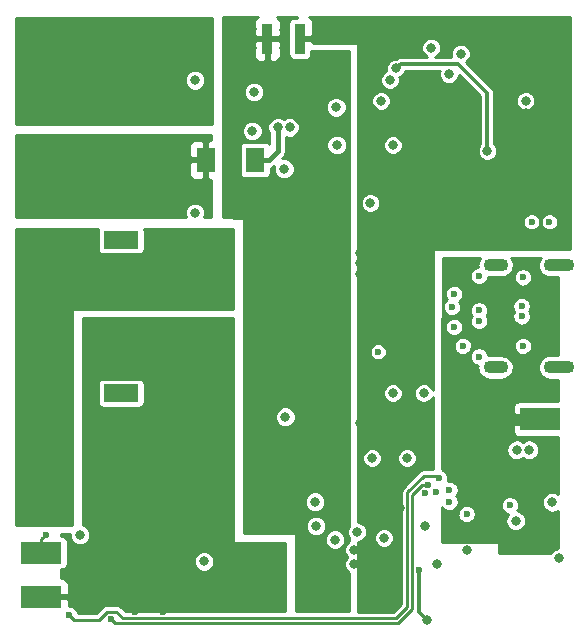
<source format=gbl>
G04 #@! TF.FileFunction,Copper,L4,Bot,Signal*
%FSLAX46Y46*%
G04 Gerber Fmt 4.6, Leading zero omitted, Abs format (unit mm)*
G04 Created by KiCad (PCBNEW (2016-11-21 revision f7cc0a9)-makepkg) date 06/05/17 10:20:09*
%MOMM*%
%LPD*%
G01*
G04 APERTURE LIST*
%ADD10C,0.100000*%
%ADD11R,0.960000X2.620000*%
%ADD12R,3.000000X1.500000*%
%ADD13O,2.600000X1.100000*%
%ADD14O,2.100000X1.100000*%
%ADD15R,1.630000X2.130000*%
%ADD16R,3.450000X1.850000*%
%ADD17C,0.800000*%
%ADD18C,0.600000*%
%ADD19C,0.220000*%
%ADD20C,0.350000*%
%ADD21C,0.450000*%
%ADD22C,0.254000*%
G04 APERTURE END LIST*
D10*
D11*
X124625000Y-54000000D03*
X121875000Y-54000000D03*
D12*
X109500000Y-71000000D03*
X109500000Y-84000000D03*
D13*
X146560000Y-73180000D03*
X146560000Y-81820000D03*
D14*
X141200000Y-73180000D03*
X141200000Y-81820000D03*
D15*
X120840000Y-64250000D03*
X116660000Y-64250000D03*
D16*
X102750000Y-97500000D03*
X145000000Y-86200000D03*
X102750000Y-101250000D03*
D17*
X123299998Y-65000000D03*
X130599996Y-67900000D03*
X127750000Y-63000000D03*
X132500000Y-63000000D03*
D18*
X103100008Y-96000000D03*
D17*
X120600000Y-53200000D03*
X120600000Y-54800000D03*
X120600000Y-54000000D03*
D18*
X127500000Y-101500000D03*
X126750000Y-101500000D03*
X125250000Y-101500000D03*
X126000000Y-101500000D03*
X127500000Y-97500000D03*
X126750000Y-97500000D03*
X125250000Y-97500000D03*
X126000000Y-97500000D03*
D17*
X123250000Y-54750000D03*
X123250000Y-53250000D03*
X123250000Y-54000000D03*
X123250000Y-58250000D03*
X123250000Y-57500000D03*
X140500000Y-63500000D03*
X132750000Y-56500000D03*
X114000000Y-56000000D03*
X113000000Y-56000000D03*
X112000000Y-56000000D03*
X114000000Y-55000000D03*
X113000000Y-55000000D03*
X112000000Y-55000000D03*
X102000000Y-55000000D03*
X103000000Y-55000000D03*
X104000000Y-55000000D03*
X102000000Y-56000000D03*
X103000000Y-56000000D03*
X104000000Y-56000000D03*
X138250000Y-55250000D03*
D18*
X140900000Y-88800000D03*
X140900002Y-92000000D03*
X140900000Y-91200000D03*
X140900000Y-90400000D03*
X140900000Y-89600000D03*
X141300000Y-96300000D03*
X139600000Y-96300000D03*
X140400000Y-96300000D03*
X142100000Y-83400000D03*
X141200000Y-83400000D03*
X140300000Y-83400000D03*
X139400000Y-83400000D03*
X143400006Y-78700000D03*
X143399998Y-75600000D03*
X144400000Y-75700000D03*
X144400000Y-76500000D03*
X144400000Y-77300000D03*
X144400000Y-78100000D03*
X144400000Y-78900000D03*
X139400000Y-82599998D03*
X142200000Y-96300000D03*
X142200000Y-97120000D03*
X137800000Y-74500000D03*
D17*
X138750000Y-97250000D03*
X131750000Y-96250000D03*
D18*
X137286996Y-93218000D03*
X137700000Y-78399988D03*
X136144000Y-92329000D03*
X143400000Y-76600000D03*
X137500000Y-76700006D03*
D17*
X127700000Y-59800000D03*
X114000000Y-67000000D03*
X113000000Y-67000000D03*
X112000000Y-67000000D03*
X114000000Y-66000000D03*
X113000000Y-66000000D03*
X112000000Y-66000000D03*
X102000000Y-66000000D03*
X103000000Y-66000000D03*
X102000000Y-67000000D03*
X103000000Y-67000000D03*
X104000000Y-66000000D03*
X104000000Y-67000000D03*
X143750000Y-59250000D03*
X122750000Y-61500000D03*
X142975000Y-88800000D03*
D18*
X139800000Y-77900000D03*
X143400000Y-77500000D03*
D17*
X144025000Y-88800000D03*
D18*
X139800000Y-77000000D03*
D17*
X131500000Y-59250000D03*
X115750004Y-68750000D03*
X120600000Y-61800000D03*
X132250000Y-57500000D03*
X115750000Y-57499990D03*
X137250000Y-57000000D03*
X135750000Y-54750000D03*
X120749996Y-58500000D03*
X135400000Y-103200000D03*
D18*
X134750000Y-99000000D03*
X108599994Y-103100000D03*
X144250000Y-69500000D03*
X135500000Y-91750000D03*
X105100000Y-102800000D03*
X136400000Y-91200000D03*
X145750000Y-69500000D03*
D17*
X129500000Y-95750000D03*
X136250000Y-98500000D03*
X128000000Y-54000000D03*
X128000000Y-53100000D03*
X127100000Y-53100000D03*
X127100000Y-54000000D03*
D18*
X106800000Y-102400000D03*
D17*
X127600002Y-96400000D03*
X129700000Y-72100000D03*
X129700000Y-73000000D03*
X129700000Y-73900000D03*
X130400000Y-75300000D03*
X130400000Y-76200000D03*
X131300000Y-75300000D03*
X131300000Y-76200000D03*
X129700000Y-86500000D03*
X130800002Y-86500000D03*
D18*
X113000000Y-102499994D03*
X110700000Y-102500006D03*
D17*
X125899998Y-93200000D03*
X146939000Y-62230000D03*
X145923000Y-62230000D03*
X144907000Y-62230000D03*
X135001000Y-88900000D03*
X135001000Y-89916000D03*
D18*
X137287000Y-92202000D03*
X143499998Y-80000000D03*
X143500000Y-74200004D03*
X139800000Y-74099998D03*
X139800000Y-80900000D03*
X142400000Y-93500000D03*
X138414020Y-80014020D03*
X137700000Y-75600000D03*
D17*
X112500000Y-82500000D03*
X111500000Y-82500000D03*
X110500000Y-82500000D03*
X110500000Y-80500000D03*
X111500000Y-80500000D03*
X110500000Y-81500000D03*
X111500000Y-81500000D03*
X112500000Y-80500004D03*
X112500000Y-81500000D03*
X146000000Y-93250000D03*
D18*
X138750000Y-94250000D03*
X136500000Y-60250000D03*
X135000000Y-60250000D03*
X135750000Y-60250000D03*
X137500000Y-69250000D03*
X136750000Y-69250000D03*
X136000000Y-69250000D03*
X135250000Y-69250000D03*
X134500000Y-69250000D03*
X133750000Y-69250000D03*
X133000000Y-69250000D03*
X132250000Y-69250000D03*
X122750000Y-97500000D03*
X122000000Y-97500000D03*
X120500000Y-97500000D03*
X121250000Y-97500000D03*
X120500000Y-101500000D03*
X122750000Y-101500000D03*
X122000000Y-101500000D03*
X121250000Y-101500000D03*
D17*
X129250000Y-98500000D03*
X129250000Y-97250000D03*
X126000000Y-95250000D03*
X133135185Y-93711523D03*
X131535185Y-93711523D03*
X131535185Y-92111523D03*
X133135185Y-92111523D03*
X143750000Y-60250000D03*
X123750003Y-61500000D03*
X142900000Y-94799992D03*
X135250000Y-95250000D03*
X123400000Y-86000000D03*
X116500000Y-98250000D03*
X110500000Y-73000000D03*
X110500000Y-75000000D03*
X110500000Y-74000000D03*
X111500000Y-73000000D03*
X111500000Y-75000000D03*
X111500000Y-74000000D03*
X112500000Y-75000000D03*
X112500000Y-73000000D03*
X112500000Y-74000000D03*
X104250000Y-92500000D03*
X104250000Y-91500000D03*
X104250000Y-90500000D03*
X104250000Y-89500000D03*
X104250000Y-88500000D03*
X104250000Y-87500000D03*
X132500000Y-84000000D03*
X130750000Y-89500000D03*
D18*
X131250000Y-80500000D03*
X135189460Y-92476620D03*
D17*
X133700000Y-89500000D03*
X135100000Y-84000004D03*
X146600000Y-98000000D03*
X106000000Y-96000000D03*
D19*
X102800009Y-96299999D02*
X103100008Y-96000000D01*
X102750000Y-96350008D02*
X102800009Y-96299999D01*
X102750000Y-97500000D02*
X102750000Y-96350008D01*
D20*
X140500000Y-63500000D02*
X140500000Y-58600000D01*
X140500000Y-58600000D02*
X138000000Y-56100000D01*
X138000000Y-56100000D02*
X133150000Y-56100000D01*
X133150000Y-56100000D02*
X132750000Y-56500000D01*
D19*
X141638000Y-86200000D02*
X140300000Y-84862000D01*
X140300000Y-84862000D02*
X140300000Y-83400000D01*
X145000000Y-86200000D02*
X141638000Y-86200000D01*
D21*
X122750000Y-62065685D02*
X122750000Y-61500000D01*
X122000000Y-64250000D02*
X122750000Y-63500000D01*
X122750000Y-63500000D02*
X122750000Y-62065685D01*
X120840000Y-64250000D02*
X122000000Y-64250000D01*
D20*
X134750000Y-99000000D02*
X134750000Y-102550000D01*
X134750000Y-102550000D02*
X135400000Y-103200000D01*
D19*
X135500000Y-91750000D02*
X134950000Y-91750000D01*
X134950000Y-91750000D02*
X134100000Y-92600000D01*
X134100000Y-92600000D02*
X134100000Y-102300000D01*
X134100000Y-102300000D02*
X132900000Y-103500000D01*
X132900000Y-103500000D02*
X108999994Y-103500000D01*
X108999994Y-103500000D02*
X108599994Y-103100000D01*
X136400000Y-91200000D02*
X136200000Y-91000000D01*
X109660007Y-103060007D02*
X109100000Y-102500000D01*
X136200000Y-91000000D02*
X135100000Y-91000000D01*
X135100000Y-91000000D02*
X133700000Y-92400000D01*
X133700000Y-92400000D02*
X133700000Y-102100000D01*
X133700000Y-102100000D02*
X132739993Y-103060007D01*
X132739993Y-103060007D02*
X109660007Y-103060007D01*
X105500000Y-103200000D02*
X105399999Y-103099999D01*
X109100000Y-102500000D02*
X108300000Y-102500000D01*
X108300000Y-102500000D02*
X107600000Y-103200000D01*
X107600000Y-103200000D02*
X105500000Y-103200000D01*
X105399999Y-103099999D02*
X105100000Y-102800000D01*
X124625000Y-54000000D02*
X127100000Y-54000000D01*
X102750000Y-101250000D02*
X105650000Y-101250000D01*
X105650000Y-101250000D02*
X106800000Y-102400000D01*
D22*
G36*
X117123000Y-62550000D02*
X116945750Y-62550000D01*
X116787000Y-62708750D01*
X116787000Y-64123000D01*
X116807000Y-64123000D01*
X116807000Y-64377000D01*
X116787000Y-64377000D01*
X116787000Y-65791250D01*
X116945750Y-65950000D01*
X117123000Y-65950000D01*
X117123000Y-69123000D01*
X116544722Y-69123000D01*
X116626851Y-68925211D01*
X116627155Y-68576319D01*
X116493922Y-68253869D01*
X116247433Y-68006949D01*
X115925215Y-67873153D01*
X115576323Y-67872849D01*
X115253873Y-68006082D01*
X115006953Y-68252571D01*
X114873157Y-68574789D01*
X114872853Y-68923681D01*
X114955210Y-69123000D01*
X100552000Y-69123000D01*
X100552000Y-64535750D01*
X115210000Y-64535750D01*
X115210000Y-65441310D01*
X115306673Y-65674699D01*
X115485302Y-65853327D01*
X115718691Y-65950000D01*
X116374250Y-65950000D01*
X116533000Y-65791250D01*
X116533000Y-64377000D01*
X115368750Y-64377000D01*
X115210000Y-64535750D01*
X100552000Y-64535750D01*
X100552000Y-63058690D01*
X115210000Y-63058690D01*
X115210000Y-63964250D01*
X115368750Y-64123000D01*
X116533000Y-64123000D01*
X116533000Y-62708750D01*
X116374250Y-62550000D01*
X115718691Y-62550000D01*
X115485302Y-62646673D01*
X115306673Y-62825301D01*
X115210000Y-63058690D01*
X100552000Y-63058690D01*
X100552000Y-62127000D01*
X117123000Y-62127000D01*
X117123000Y-62550000D01*
X117123000Y-62550000D01*
G37*
X117123000Y-62550000D02*
X116945750Y-62550000D01*
X116787000Y-62708750D01*
X116787000Y-64123000D01*
X116807000Y-64123000D01*
X116807000Y-64377000D01*
X116787000Y-64377000D01*
X116787000Y-65791250D01*
X116945750Y-65950000D01*
X117123000Y-65950000D01*
X117123000Y-69123000D01*
X116544722Y-69123000D01*
X116626851Y-68925211D01*
X116627155Y-68576319D01*
X116493922Y-68253869D01*
X116247433Y-68006949D01*
X115925215Y-67873153D01*
X115576323Y-67872849D01*
X115253873Y-68006082D01*
X115006953Y-68252571D01*
X114873157Y-68574789D01*
X114872853Y-68923681D01*
X114955210Y-69123000D01*
X100552000Y-69123000D01*
X100552000Y-64535750D01*
X115210000Y-64535750D01*
X115210000Y-65441310D01*
X115306673Y-65674699D01*
X115485302Y-65853327D01*
X115718691Y-65950000D01*
X116374250Y-65950000D01*
X116533000Y-65791250D01*
X116533000Y-64377000D01*
X115368750Y-64377000D01*
X115210000Y-64535750D01*
X100552000Y-64535750D01*
X100552000Y-63058690D01*
X115210000Y-63058690D01*
X115210000Y-63964250D01*
X115368750Y-64123000D01*
X116533000Y-64123000D01*
X116533000Y-62708750D01*
X116374250Y-62550000D01*
X115718691Y-62550000D01*
X115485302Y-62646673D01*
X115306673Y-62825301D01*
X115210000Y-63058690D01*
X100552000Y-63058690D01*
X100552000Y-62127000D01*
X117123000Y-62127000D01*
X117123000Y-62550000D01*
G36*
X117199301Y-61214000D02*
X100552000Y-61214000D01*
X100552000Y-57673671D01*
X114872849Y-57673671D01*
X115006082Y-57996121D01*
X115252571Y-58243041D01*
X115574789Y-58376837D01*
X115923681Y-58377141D01*
X116246131Y-58243908D01*
X116493051Y-57997419D01*
X116626847Y-57675201D01*
X116627151Y-57326309D01*
X116493918Y-57003859D01*
X116247429Y-56756939D01*
X115925211Y-56623143D01*
X115576319Y-56622839D01*
X115253869Y-56756072D01*
X115006949Y-57002561D01*
X114873153Y-57324779D01*
X114872849Y-57673671D01*
X100552000Y-57673671D01*
X100552000Y-52197000D01*
X117220698Y-52197000D01*
X117199301Y-61214000D01*
X117199301Y-61214000D01*
G37*
X117199301Y-61214000D02*
X100552000Y-61214000D01*
X100552000Y-57673671D01*
X114872849Y-57673671D01*
X115006082Y-57996121D01*
X115252571Y-58243041D01*
X115574789Y-58376837D01*
X115923681Y-58377141D01*
X116246131Y-58243908D01*
X116493051Y-57997419D01*
X116626847Y-57675201D01*
X116627151Y-57326309D01*
X116493918Y-57003859D01*
X116247429Y-56756939D01*
X115925211Y-56623143D01*
X115576319Y-56622839D01*
X115253869Y-56756072D01*
X115006949Y-57002561D01*
X114873153Y-57324779D01*
X114872849Y-57673671D01*
X100552000Y-57673671D01*
X100552000Y-52197000D01*
X117220698Y-52197000D01*
X117199301Y-61214000D01*
G36*
X107513656Y-70250000D02*
X107513656Y-71750000D01*
X107550677Y-71936116D01*
X107656103Y-72093897D01*
X107813884Y-72199323D01*
X108000000Y-72236344D01*
X111000000Y-72236344D01*
X111186116Y-72199323D01*
X111343897Y-72093897D01*
X111449323Y-71936116D01*
X111486344Y-71750000D01*
X111486344Y-70250000D01*
X111461878Y-70127000D01*
X118973000Y-70127000D01*
X118973000Y-76873000D01*
X105500000Y-76873000D01*
X105451399Y-76882667D01*
X105410197Y-76910197D01*
X105382667Y-76951399D01*
X105373000Y-77000000D01*
X105373000Y-95123000D01*
X100552000Y-95123000D01*
X100552000Y-70127000D01*
X107538122Y-70127000D01*
X107513656Y-70250000D01*
X107513656Y-70250000D01*
G37*
X107513656Y-70250000D02*
X107513656Y-71750000D01*
X107550677Y-71936116D01*
X107656103Y-72093897D01*
X107813884Y-72199323D01*
X108000000Y-72236344D01*
X111000000Y-72236344D01*
X111186116Y-72199323D01*
X111343897Y-72093897D01*
X111449323Y-71936116D01*
X111486344Y-71750000D01*
X111486344Y-70250000D01*
X111461878Y-70127000D01*
X118973000Y-70127000D01*
X118973000Y-76873000D01*
X105500000Y-76873000D01*
X105451399Y-76882667D01*
X105410197Y-76910197D01*
X105382667Y-76951399D01*
X105373000Y-77000000D01*
X105373000Y-95123000D01*
X100552000Y-95123000D01*
X100552000Y-70127000D01*
X107538122Y-70127000D01*
X107513656Y-70250000D01*
G36*
X121035302Y-52151673D02*
X120856673Y-52330301D01*
X120760000Y-52563690D01*
X120760000Y-53714250D01*
X120918750Y-53873000D01*
X121748000Y-53873000D01*
X121748000Y-53853000D01*
X122002000Y-53853000D01*
X122002000Y-53873000D01*
X122831250Y-53873000D01*
X122990000Y-53714250D01*
X122990000Y-52563690D01*
X122893327Y-52330301D01*
X122714698Y-52151673D01*
X122655132Y-52127000D01*
X124373000Y-52127000D01*
X124373000Y-52203656D01*
X124145000Y-52203656D01*
X123958884Y-52240677D01*
X123801103Y-52346103D01*
X123695677Y-52503884D01*
X123658656Y-52690000D01*
X123658656Y-55310000D01*
X123695677Y-55496116D01*
X123801103Y-55653897D01*
X123958884Y-55759323D01*
X124145000Y-55796344D01*
X125105000Y-55796344D01*
X125291116Y-55759323D01*
X125448897Y-55653897D01*
X125554323Y-55496116D01*
X125591344Y-55310000D01*
X125591344Y-55027000D01*
X128773000Y-55027000D01*
X128773000Y-95236548D01*
X128756949Y-95252571D01*
X128623153Y-95574789D01*
X128622849Y-95923681D01*
X128756082Y-96246131D01*
X128773000Y-96263079D01*
X128773000Y-96498177D01*
X128753869Y-96506082D01*
X128506949Y-96752571D01*
X128373153Y-97074789D01*
X128372849Y-97423681D01*
X128506082Y-97746131D01*
X128634735Y-97875009D01*
X128506949Y-98002571D01*
X128373153Y-98324789D01*
X128372849Y-98673681D01*
X128506082Y-98996131D01*
X128752571Y-99243051D01*
X128773000Y-99251534D01*
X128773000Y-102473007D01*
X124327000Y-102473007D01*
X124327000Y-96573681D01*
X126722851Y-96573681D01*
X126856084Y-96896131D01*
X127102573Y-97143051D01*
X127424791Y-97276847D01*
X127773683Y-97277151D01*
X128096133Y-97143918D01*
X128343053Y-96897429D01*
X128476849Y-96575211D01*
X128477153Y-96226319D01*
X128343920Y-95903869D01*
X128097431Y-95656949D01*
X127775213Y-95523153D01*
X127426321Y-95522849D01*
X127103871Y-95656082D01*
X126856951Y-95902571D01*
X126723155Y-96224789D01*
X126722851Y-96573681D01*
X124327000Y-96573681D01*
X124327000Y-96000000D01*
X124317333Y-95951399D01*
X124289803Y-95910197D01*
X124248601Y-95882667D01*
X124200194Y-95873000D01*
X119927000Y-95866478D01*
X119927000Y-95423681D01*
X125122849Y-95423681D01*
X125256082Y-95746131D01*
X125502571Y-95993051D01*
X125824789Y-96126847D01*
X126173681Y-96127151D01*
X126496131Y-95993918D01*
X126743051Y-95747429D01*
X126876847Y-95425211D01*
X126877151Y-95076319D01*
X126743918Y-94753869D01*
X126497429Y-94506949D01*
X126175211Y-94373153D01*
X125826319Y-94372849D01*
X125503869Y-94506082D01*
X125256949Y-94752571D01*
X125123153Y-95074789D01*
X125122849Y-95423681D01*
X119927000Y-95423681D01*
X119927000Y-93373681D01*
X125022847Y-93373681D01*
X125156080Y-93696131D01*
X125402569Y-93943051D01*
X125724787Y-94076847D01*
X126073679Y-94077151D01*
X126396129Y-93943918D01*
X126643049Y-93697429D01*
X126776845Y-93375211D01*
X126777149Y-93026319D01*
X126643916Y-92703869D01*
X126397427Y-92456949D01*
X126075209Y-92323153D01*
X125726317Y-92322849D01*
X125403867Y-92456082D01*
X125156947Y-92702571D01*
X125023151Y-93024789D01*
X125022847Y-93373681D01*
X119927000Y-93373681D01*
X119927000Y-86173681D01*
X122522849Y-86173681D01*
X122656082Y-86496131D01*
X122902571Y-86743051D01*
X123224789Y-86876847D01*
X123573681Y-86877151D01*
X123896131Y-86743918D01*
X124143051Y-86497429D01*
X124276847Y-86175211D01*
X124277151Y-85826319D01*
X124143918Y-85503869D01*
X123897429Y-85256949D01*
X123575211Y-85123153D01*
X123226319Y-85122849D01*
X122903869Y-85256082D01*
X122656949Y-85502571D01*
X122523153Y-85824789D01*
X122522849Y-86173681D01*
X119927000Y-86173681D01*
X119927000Y-69300000D01*
X119917333Y-69251399D01*
X119889803Y-69210197D01*
X119848601Y-69182667D01*
X119803526Y-69173049D01*
X118127000Y-69126479D01*
X118127000Y-63185000D01*
X119538656Y-63185000D01*
X119538656Y-65315000D01*
X119575677Y-65501116D01*
X119681103Y-65658897D01*
X119838884Y-65764323D01*
X120025000Y-65801344D01*
X121655000Y-65801344D01*
X121841116Y-65764323D01*
X121998897Y-65658897D01*
X122104323Y-65501116D01*
X122141344Y-65315000D01*
X122141344Y-64923885D01*
X122268644Y-64898563D01*
X122440083Y-64784011D01*
X122423151Y-64824789D01*
X122422847Y-65173681D01*
X122556080Y-65496131D01*
X122802569Y-65743051D01*
X123124787Y-65876847D01*
X123473679Y-65877151D01*
X123796129Y-65743918D01*
X124043049Y-65497429D01*
X124176845Y-65175211D01*
X124177149Y-64826319D01*
X124043916Y-64503869D01*
X123797427Y-64256949D01*
X123475209Y-64123153D01*
X123126317Y-64122849D01*
X123115431Y-64127347D01*
X123246389Y-63996389D01*
X123326264Y-63876847D01*
X123398563Y-63768644D01*
X123452000Y-63500000D01*
X123452000Y-63173681D01*
X126872849Y-63173681D01*
X127006082Y-63496131D01*
X127252571Y-63743051D01*
X127574789Y-63876847D01*
X127923681Y-63877151D01*
X128246131Y-63743918D01*
X128493051Y-63497429D01*
X128626847Y-63175211D01*
X128627151Y-62826319D01*
X128493918Y-62503869D01*
X128247429Y-62256949D01*
X127925211Y-62123153D01*
X127576319Y-62122849D01*
X127253869Y-62256082D01*
X127006949Y-62502571D01*
X126873153Y-62824789D01*
X126872849Y-63173681D01*
X123452000Y-63173681D01*
X123452000Y-62325860D01*
X123574792Y-62376847D01*
X123923684Y-62377151D01*
X124246134Y-62243918D01*
X124493054Y-61997429D01*
X124626850Y-61675211D01*
X124627154Y-61326319D01*
X124493921Y-61003869D01*
X124247432Y-60756949D01*
X123925214Y-60623153D01*
X123576322Y-60622849D01*
X123253872Y-60756082D01*
X123250211Y-60759736D01*
X123247429Y-60756949D01*
X122925211Y-60623153D01*
X122576319Y-60622849D01*
X122253869Y-60756082D01*
X122006949Y-61002571D01*
X121873153Y-61324789D01*
X121872849Y-61673681D01*
X122006082Y-61996131D01*
X122048000Y-62038122D01*
X122048000Y-62914591D01*
X121998897Y-62841103D01*
X121841116Y-62735677D01*
X121655000Y-62698656D01*
X120025000Y-62698656D01*
X119838884Y-62735677D01*
X119681103Y-62841103D01*
X119575677Y-62998884D01*
X119538656Y-63185000D01*
X118127000Y-63185000D01*
X118127000Y-61973681D01*
X119722849Y-61973681D01*
X119856082Y-62296131D01*
X120102571Y-62543051D01*
X120424789Y-62676847D01*
X120773681Y-62677151D01*
X121096131Y-62543918D01*
X121343051Y-62297429D01*
X121476847Y-61975211D01*
X121477151Y-61626319D01*
X121343918Y-61303869D01*
X121097429Y-61056949D01*
X120775211Y-60923153D01*
X120426319Y-60922849D01*
X120103869Y-61056082D01*
X119856949Y-61302571D01*
X119723153Y-61624789D01*
X119722849Y-61973681D01*
X118127000Y-61973681D01*
X118127000Y-59973681D01*
X126822849Y-59973681D01*
X126956082Y-60296131D01*
X127202571Y-60543051D01*
X127524789Y-60676847D01*
X127873681Y-60677151D01*
X128196131Y-60543918D01*
X128443051Y-60297429D01*
X128576847Y-59975211D01*
X128577151Y-59626319D01*
X128443918Y-59303869D01*
X128197429Y-59056949D01*
X127875211Y-58923153D01*
X127526319Y-58922849D01*
X127203869Y-59056082D01*
X126956949Y-59302571D01*
X126823153Y-59624789D01*
X126822849Y-59973681D01*
X118127000Y-59973681D01*
X118127000Y-58673681D01*
X119872845Y-58673681D01*
X120006078Y-58996131D01*
X120252567Y-59243051D01*
X120574785Y-59376847D01*
X120923677Y-59377151D01*
X121246127Y-59243918D01*
X121493047Y-58997429D01*
X121626843Y-58675211D01*
X121627147Y-58326319D01*
X121493914Y-58003869D01*
X121247425Y-57756949D01*
X120925207Y-57623153D01*
X120576315Y-57622849D01*
X120253865Y-57756082D01*
X120006945Y-58002571D01*
X119873149Y-58324789D01*
X119872845Y-58673681D01*
X118127000Y-58673681D01*
X118127000Y-54285750D01*
X120760000Y-54285750D01*
X120760000Y-55436310D01*
X120856673Y-55669699D01*
X121035302Y-55848327D01*
X121268691Y-55945000D01*
X121589250Y-55945000D01*
X121748000Y-55786250D01*
X121748000Y-54127000D01*
X122002000Y-54127000D01*
X122002000Y-55786250D01*
X122160750Y-55945000D01*
X122481309Y-55945000D01*
X122714698Y-55848327D01*
X122893327Y-55669699D01*
X122990000Y-55436310D01*
X122990000Y-54285750D01*
X122831250Y-54127000D01*
X122002000Y-54127000D01*
X121748000Y-54127000D01*
X120918750Y-54127000D01*
X120760000Y-54285750D01*
X118127000Y-54285750D01*
X118127000Y-52127000D01*
X121094868Y-52127000D01*
X121035302Y-52151673D01*
X121035302Y-52151673D01*
G37*
X121035302Y-52151673D02*
X120856673Y-52330301D01*
X120760000Y-52563690D01*
X120760000Y-53714250D01*
X120918750Y-53873000D01*
X121748000Y-53873000D01*
X121748000Y-53853000D01*
X122002000Y-53853000D01*
X122002000Y-53873000D01*
X122831250Y-53873000D01*
X122990000Y-53714250D01*
X122990000Y-52563690D01*
X122893327Y-52330301D01*
X122714698Y-52151673D01*
X122655132Y-52127000D01*
X124373000Y-52127000D01*
X124373000Y-52203656D01*
X124145000Y-52203656D01*
X123958884Y-52240677D01*
X123801103Y-52346103D01*
X123695677Y-52503884D01*
X123658656Y-52690000D01*
X123658656Y-55310000D01*
X123695677Y-55496116D01*
X123801103Y-55653897D01*
X123958884Y-55759323D01*
X124145000Y-55796344D01*
X125105000Y-55796344D01*
X125291116Y-55759323D01*
X125448897Y-55653897D01*
X125554323Y-55496116D01*
X125591344Y-55310000D01*
X125591344Y-55027000D01*
X128773000Y-55027000D01*
X128773000Y-95236548D01*
X128756949Y-95252571D01*
X128623153Y-95574789D01*
X128622849Y-95923681D01*
X128756082Y-96246131D01*
X128773000Y-96263079D01*
X128773000Y-96498177D01*
X128753869Y-96506082D01*
X128506949Y-96752571D01*
X128373153Y-97074789D01*
X128372849Y-97423681D01*
X128506082Y-97746131D01*
X128634735Y-97875009D01*
X128506949Y-98002571D01*
X128373153Y-98324789D01*
X128372849Y-98673681D01*
X128506082Y-98996131D01*
X128752571Y-99243051D01*
X128773000Y-99251534D01*
X128773000Y-102473007D01*
X124327000Y-102473007D01*
X124327000Y-96573681D01*
X126722851Y-96573681D01*
X126856084Y-96896131D01*
X127102573Y-97143051D01*
X127424791Y-97276847D01*
X127773683Y-97277151D01*
X128096133Y-97143918D01*
X128343053Y-96897429D01*
X128476849Y-96575211D01*
X128477153Y-96226319D01*
X128343920Y-95903869D01*
X128097431Y-95656949D01*
X127775213Y-95523153D01*
X127426321Y-95522849D01*
X127103871Y-95656082D01*
X126856951Y-95902571D01*
X126723155Y-96224789D01*
X126722851Y-96573681D01*
X124327000Y-96573681D01*
X124327000Y-96000000D01*
X124317333Y-95951399D01*
X124289803Y-95910197D01*
X124248601Y-95882667D01*
X124200194Y-95873000D01*
X119927000Y-95866478D01*
X119927000Y-95423681D01*
X125122849Y-95423681D01*
X125256082Y-95746131D01*
X125502571Y-95993051D01*
X125824789Y-96126847D01*
X126173681Y-96127151D01*
X126496131Y-95993918D01*
X126743051Y-95747429D01*
X126876847Y-95425211D01*
X126877151Y-95076319D01*
X126743918Y-94753869D01*
X126497429Y-94506949D01*
X126175211Y-94373153D01*
X125826319Y-94372849D01*
X125503869Y-94506082D01*
X125256949Y-94752571D01*
X125123153Y-95074789D01*
X125122849Y-95423681D01*
X119927000Y-95423681D01*
X119927000Y-93373681D01*
X125022847Y-93373681D01*
X125156080Y-93696131D01*
X125402569Y-93943051D01*
X125724787Y-94076847D01*
X126073679Y-94077151D01*
X126396129Y-93943918D01*
X126643049Y-93697429D01*
X126776845Y-93375211D01*
X126777149Y-93026319D01*
X126643916Y-92703869D01*
X126397427Y-92456949D01*
X126075209Y-92323153D01*
X125726317Y-92322849D01*
X125403867Y-92456082D01*
X125156947Y-92702571D01*
X125023151Y-93024789D01*
X125022847Y-93373681D01*
X119927000Y-93373681D01*
X119927000Y-86173681D01*
X122522849Y-86173681D01*
X122656082Y-86496131D01*
X122902571Y-86743051D01*
X123224789Y-86876847D01*
X123573681Y-86877151D01*
X123896131Y-86743918D01*
X124143051Y-86497429D01*
X124276847Y-86175211D01*
X124277151Y-85826319D01*
X124143918Y-85503869D01*
X123897429Y-85256949D01*
X123575211Y-85123153D01*
X123226319Y-85122849D01*
X122903869Y-85256082D01*
X122656949Y-85502571D01*
X122523153Y-85824789D01*
X122522849Y-86173681D01*
X119927000Y-86173681D01*
X119927000Y-69300000D01*
X119917333Y-69251399D01*
X119889803Y-69210197D01*
X119848601Y-69182667D01*
X119803526Y-69173049D01*
X118127000Y-69126479D01*
X118127000Y-63185000D01*
X119538656Y-63185000D01*
X119538656Y-65315000D01*
X119575677Y-65501116D01*
X119681103Y-65658897D01*
X119838884Y-65764323D01*
X120025000Y-65801344D01*
X121655000Y-65801344D01*
X121841116Y-65764323D01*
X121998897Y-65658897D01*
X122104323Y-65501116D01*
X122141344Y-65315000D01*
X122141344Y-64923885D01*
X122268644Y-64898563D01*
X122440083Y-64784011D01*
X122423151Y-64824789D01*
X122422847Y-65173681D01*
X122556080Y-65496131D01*
X122802569Y-65743051D01*
X123124787Y-65876847D01*
X123473679Y-65877151D01*
X123796129Y-65743918D01*
X124043049Y-65497429D01*
X124176845Y-65175211D01*
X124177149Y-64826319D01*
X124043916Y-64503869D01*
X123797427Y-64256949D01*
X123475209Y-64123153D01*
X123126317Y-64122849D01*
X123115431Y-64127347D01*
X123246389Y-63996389D01*
X123326264Y-63876847D01*
X123398563Y-63768644D01*
X123452000Y-63500000D01*
X123452000Y-63173681D01*
X126872849Y-63173681D01*
X127006082Y-63496131D01*
X127252571Y-63743051D01*
X127574789Y-63876847D01*
X127923681Y-63877151D01*
X128246131Y-63743918D01*
X128493051Y-63497429D01*
X128626847Y-63175211D01*
X128627151Y-62826319D01*
X128493918Y-62503869D01*
X128247429Y-62256949D01*
X127925211Y-62123153D01*
X127576319Y-62122849D01*
X127253869Y-62256082D01*
X127006949Y-62502571D01*
X126873153Y-62824789D01*
X126872849Y-63173681D01*
X123452000Y-63173681D01*
X123452000Y-62325860D01*
X123574792Y-62376847D01*
X123923684Y-62377151D01*
X124246134Y-62243918D01*
X124493054Y-61997429D01*
X124626850Y-61675211D01*
X124627154Y-61326319D01*
X124493921Y-61003869D01*
X124247432Y-60756949D01*
X123925214Y-60623153D01*
X123576322Y-60622849D01*
X123253872Y-60756082D01*
X123250211Y-60759736D01*
X123247429Y-60756949D01*
X122925211Y-60623153D01*
X122576319Y-60622849D01*
X122253869Y-60756082D01*
X122006949Y-61002571D01*
X121873153Y-61324789D01*
X121872849Y-61673681D01*
X122006082Y-61996131D01*
X122048000Y-62038122D01*
X122048000Y-62914591D01*
X121998897Y-62841103D01*
X121841116Y-62735677D01*
X121655000Y-62698656D01*
X120025000Y-62698656D01*
X119838884Y-62735677D01*
X119681103Y-62841103D01*
X119575677Y-62998884D01*
X119538656Y-63185000D01*
X118127000Y-63185000D01*
X118127000Y-61973681D01*
X119722849Y-61973681D01*
X119856082Y-62296131D01*
X120102571Y-62543051D01*
X120424789Y-62676847D01*
X120773681Y-62677151D01*
X121096131Y-62543918D01*
X121343051Y-62297429D01*
X121476847Y-61975211D01*
X121477151Y-61626319D01*
X121343918Y-61303869D01*
X121097429Y-61056949D01*
X120775211Y-60923153D01*
X120426319Y-60922849D01*
X120103869Y-61056082D01*
X119856949Y-61302571D01*
X119723153Y-61624789D01*
X119722849Y-61973681D01*
X118127000Y-61973681D01*
X118127000Y-59973681D01*
X126822849Y-59973681D01*
X126956082Y-60296131D01*
X127202571Y-60543051D01*
X127524789Y-60676847D01*
X127873681Y-60677151D01*
X128196131Y-60543918D01*
X128443051Y-60297429D01*
X128576847Y-59975211D01*
X128577151Y-59626319D01*
X128443918Y-59303869D01*
X128197429Y-59056949D01*
X127875211Y-58923153D01*
X127526319Y-58922849D01*
X127203869Y-59056082D01*
X126956949Y-59302571D01*
X126823153Y-59624789D01*
X126822849Y-59973681D01*
X118127000Y-59973681D01*
X118127000Y-58673681D01*
X119872845Y-58673681D01*
X120006078Y-58996131D01*
X120252567Y-59243051D01*
X120574785Y-59376847D01*
X120923677Y-59377151D01*
X121246127Y-59243918D01*
X121493047Y-58997429D01*
X121626843Y-58675211D01*
X121627147Y-58326319D01*
X121493914Y-58003869D01*
X121247425Y-57756949D01*
X120925207Y-57623153D01*
X120576315Y-57622849D01*
X120253865Y-57756082D01*
X120006945Y-58002571D01*
X119873149Y-58324789D01*
X119872845Y-58673681D01*
X118127000Y-58673681D01*
X118127000Y-54285750D01*
X120760000Y-54285750D01*
X120760000Y-55436310D01*
X120856673Y-55669699D01*
X121035302Y-55848327D01*
X121268691Y-55945000D01*
X121589250Y-55945000D01*
X121748000Y-55786250D01*
X121748000Y-54127000D01*
X122002000Y-54127000D01*
X122002000Y-55786250D01*
X122160750Y-55945000D01*
X122481309Y-55945000D01*
X122714698Y-55848327D01*
X122893327Y-55669699D01*
X122990000Y-55436310D01*
X122990000Y-54285750D01*
X122831250Y-54127000D01*
X122002000Y-54127000D01*
X121748000Y-54127000D01*
X120918750Y-54127000D01*
X120760000Y-54285750D01*
X118127000Y-54285750D01*
X118127000Y-52127000D01*
X121094868Y-52127000D01*
X121035302Y-52151673D01*
G36*
X139841189Y-72605709D02*
X139745858Y-72782021D01*
X139686587Y-72973493D01*
X139665636Y-73172830D01*
X139680106Y-73331824D01*
X139579559Y-73351004D01*
X139438277Y-73408086D01*
X139310773Y-73491522D01*
X139201903Y-73598135D01*
X139115815Y-73723864D01*
X139055787Y-73863920D01*
X139024106Y-74012968D01*
X139021978Y-74165330D01*
X139049485Y-74315205D01*
X139105579Y-74456882D01*
X139188123Y-74584965D01*
X139293974Y-74694577D01*
X139419099Y-74781541D01*
X139558732Y-74842545D01*
X139707555Y-74875266D01*
X139859899Y-74878457D01*
X140009962Y-74851997D01*
X140152027Y-74796893D01*
X140280684Y-74715245D01*
X140391031Y-74610163D01*
X140478867Y-74485648D01*
X140540844Y-74346444D01*
X140559271Y-74265336D01*
X142721978Y-74265336D01*
X142749485Y-74415211D01*
X142805579Y-74556888D01*
X142888123Y-74684971D01*
X142993974Y-74794583D01*
X143119099Y-74881547D01*
X143258732Y-74942551D01*
X143407555Y-74975272D01*
X143559899Y-74978463D01*
X143709962Y-74952003D01*
X143852027Y-74896899D01*
X143980684Y-74815251D01*
X144091031Y-74710169D01*
X144178867Y-74585654D01*
X144240844Y-74446450D01*
X144274603Y-74297859D01*
X144277034Y-74123815D01*
X144247437Y-73974340D01*
X144189370Y-73833459D01*
X144105046Y-73706541D01*
X143997675Y-73598418D01*
X143871348Y-73513210D01*
X143730877Y-73454161D01*
X143581612Y-73423521D01*
X143429238Y-73422457D01*
X143279559Y-73451010D01*
X143138277Y-73508092D01*
X143010773Y-73591528D01*
X142901903Y-73698141D01*
X142815815Y-73823870D01*
X142755787Y-73963926D01*
X142724106Y-74112974D01*
X142721978Y-74265336D01*
X140559271Y-74265336D01*
X140574603Y-74197853D01*
X140574639Y-74195276D01*
X140678272Y-74206900D01*
X140692611Y-74207000D01*
X141707389Y-74207000D01*
X141906868Y-74187441D01*
X142098748Y-74129509D01*
X142275722Y-74035410D01*
X142431048Y-73908729D01*
X142558811Y-73754291D01*
X142654142Y-73577979D01*
X142713413Y-73386507D01*
X142734364Y-73187170D01*
X142716198Y-72987559D01*
X142659607Y-72795279D01*
X142566746Y-72617653D01*
X142493859Y-72527000D01*
X145015094Y-72527000D01*
X144949980Y-72605709D01*
X144854649Y-72782021D01*
X144795378Y-72973493D01*
X144774427Y-73172830D01*
X144792593Y-73372441D01*
X144849184Y-73564721D01*
X144942045Y-73742347D01*
X145067639Y-73898554D01*
X145221181Y-74027392D01*
X145396824Y-74123952D01*
X145587877Y-74184558D01*
X145787063Y-74206900D01*
X145801402Y-74207000D01*
X146473000Y-74207000D01*
X146473000Y-80793000D01*
X145801402Y-80793000D01*
X145601923Y-80812559D01*
X145410043Y-80870491D01*
X145233069Y-80964590D01*
X145077743Y-81091271D01*
X144949980Y-81245709D01*
X144854649Y-81422021D01*
X144795378Y-81613493D01*
X144774427Y-81812830D01*
X144792593Y-82012441D01*
X144849184Y-82204721D01*
X144942045Y-82382347D01*
X145067639Y-82538554D01*
X145221181Y-82667392D01*
X145396824Y-82763952D01*
X145587877Y-82824558D01*
X145787063Y-82846900D01*
X145801402Y-82847000D01*
X146473000Y-82847000D01*
X146473000Y-84648000D01*
X145529750Y-84648000D01*
X145504750Y-84673000D01*
X144495250Y-84673000D01*
X144470250Y-84648000D01*
X143213246Y-84648000D01*
X143092111Y-84672095D01*
X142978004Y-84719360D01*
X142875311Y-84787977D01*
X142787977Y-84875311D01*
X142719360Y-84978004D01*
X142672095Y-85092111D01*
X142648000Y-85213246D01*
X142648000Y-85670250D01*
X142804750Y-85827000D01*
X143573000Y-85827000D01*
X143573000Y-86573000D01*
X142804750Y-86573000D01*
X142648000Y-86729750D01*
X142648000Y-87186754D01*
X142672095Y-87307889D01*
X142719360Y-87421996D01*
X142787977Y-87524689D01*
X142875311Y-87612023D01*
X142978004Y-87680640D01*
X143092111Y-87727905D01*
X143213246Y-87752000D01*
X144470250Y-87752000D01*
X144495250Y-87727000D01*
X145504750Y-87727000D01*
X145529750Y-87752000D01*
X146473000Y-87752000D01*
X146473000Y-92511145D01*
X146419141Y-92474816D01*
X146260591Y-92408168D01*
X146092115Y-92373585D01*
X145920131Y-92372384D01*
X145751189Y-92404611D01*
X145591724Y-92469039D01*
X145447810Y-92563214D01*
X145324929Y-92683548D01*
X145227761Y-92825458D01*
X145160007Y-92983539D01*
X145124249Y-93151769D01*
X145121848Y-93323741D01*
X145152895Y-93492903D01*
X145216208Y-93652814D01*
X145309376Y-93797382D01*
X145428849Y-93921100D01*
X145570077Y-94019256D01*
X145727681Y-94088112D01*
X145895657Y-94125044D01*
X146067608Y-94128646D01*
X146236984Y-94098780D01*
X146397333Y-94036585D01*
X146473000Y-93988565D01*
X146473000Y-97131375D01*
X146351189Y-97154611D01*
X146191724Y-97219039D01*
X146047810Y-97313214D01*
X145924929Y-97433548D01*
X145829444Y-97573000D01*
X141487928Y-97573000D01*
X141487928Y-96700000D01*
X141478261Y-96651399D01*
X141450731Y-96610197D01*
X141409529Y-96582667D01*
X141360928Y-96573000D01*
X136631456Y-96573000D01*
X136640379Y-94315332D01*
X137971978Y-94315332D01*
X137999485Y-94465207D01*
X138055579Y-94606884D01*
X138138123Y-94734967D01*
X138243974Y-94844579D01*
X138369099Y-94931543D01*
X138508732Y-94992547D01*
X138657555Y-95025268D01*
X138809899Y-95028459D01*
X138959962Y-95001999D01*
X139102027Y-94946895D01*
X139230684Y-94865247D01*
X139341031Y-94760165D01*
X139428867Y-94635650D01*
X139490844Y-94496446D01*
X139524603Y-94347855D01*
X139527034Y-94173811D01*
X139497437Y-94024336D01*
X139439370Y-93883455D01*
X139355046Y-93756537D01*
X139247675Y-93648414D01*
X139124500Y-93565332D01*
X141621978Y-93565332D01*
X141649485Y-93715207D01*
X141705579Y-93856884D01*
X141788123Y-93984967D01*
X141893974Y-94094579D01*
X142019099Y-94181543D01*
X142158732Y-94242547D01*
X142210907Y-94254018D01*
X142127761Y-94375450D01*
X142060007Y-94533531D01*
X142024249Y-94701761D01*
X142021848Y-94873733D01*
X142052895Y-95042895D01*
X142116208Y-95202806D01*
X142209376Y-95347374D01*
X142328849Y-95471092D01*
X142470077Y-95569248D01*
X142627681Y-95638104D01*
X142795657Y-95675036D01*
X142967608Y-95678638D01*
X143136984Y-95648772D01*
X143297333Y-95586577D01*
X143442547Y-95494421D01*
X143567097Y-95375814D01*
X143666236Y-95235275D01*
X143736190Y-95078156D01*
X143774294Y-94910441D01*
X143777037Y-94713998D01*
X143743631Y-94545285D01*
X143678091Y-94386273D01*
X143582914Y-94243021D01*
X143461725Y-94120983D01*
X143319141Y-94024808D01*
X143160591Y-93958160D01*
X143044523Y-93934335D01*
X143078867Y-93885650D01*
X143140844Y-93746446D01*
X143174603Y-93597855D01*
X143177034Y-93423811D01*
X143147437Y-93274336D01*
X143089370Y-93133455D01*
X143005046Y-93006537D01*
X142897675Y-92898414D01*
X142771348Y-92813206D01*
X142630877Y-92754157D01*
X142481612Y-92723517D01*
X142329238Y-92722453D01*
X142179559Y-92751006D01*
X142038277Y-92808088D01*
X141910773Y-92891524D01*
X141801903Y-92998137D01*
X141715815Y-93123866D01*
X141655787Y-93263922D01*
X141624106Y-93412970D01*
X141621978Y-93565332D01*
X139124500Y-93565332D01*
X139121348Y-93563206D01*
X138980877Y-93504157D01*
X138831612Y-93473517D01*
X138679238Y-93472453D01*
X138529559Y-93501006D01*
X138388277Y-93558088D01*
X138260773Y-93641524D01*
X138151903Y-93748137D01*
X138065815Y-93873866D01*
X138005787Y-94013922D01*
X137974106Y-94162970D01*
X137971978Y-94315332D01*
X136640379Y-94315332D01*
X136642997Y-93653123D01*
X136675119Y-93702967D01*
X136780970Y-93812579D01*
X136906095Y-93899543D01*
X137045728Y-93960547D01*
X137194551Y-93993268D01*
X137346895Y-93996459D01*
X137496958Y-93969999D01*
X137639023Y-93914895D01*
X137767680Y-93833247D01*
X137878027Y-93728165D01*
X137965863Y-93603650D01*
X138027840Y-93464446D01*
X138061599Y-93315855D01*
X138064030Y-93141811D01*
X138034433Y-92992336D01*
X137976366Y-92851455D01*
X137892042Y-92724537D01*
X137878747Y-92711149D01*
X137965867Y-92587650D01*
X138027844Y-92448446D01*
X138061603Y-92299855D01*
X138064034Y-92125811D01*
X138034437Y-91976336D01*
X137976370Y-91835455D01*
X137892046Y-91708537D01*
X137784675Y-91600414D01*
X137658348Y-91515206D01*
X137517877Y-91456157D01*
X137368612Y-91425517D01*
X137216238Y-91424453D01*
X137142651Y-91438490D01*
X137174603Y-91297855D01*
X137177034Y-91123811D01*
X137147437Y-90974336D01*
X137089370Y-90833455D01*
X137005046Y-90706537D01*
X136897675Y-90598414D01*
X136771348Y-90513206D01*
X136655600Y-90464550D01*
X136661887Y-88873741D01*
X142096848Y-88873741D01*
X142127895Y-89042903D01*
X142191208Y-89202814D01*
X142284376Y-89347382D01*
X142403849Y-89471100D01*
X142545077Y-89569256D01*
X142702681Y-89638112D01*
X142870657Y-89675044D01*
X143042608Y-89678646D01*
X143211984Y-89648780D01*
X143372333Y-89586585D01*
X143501797Y-89504424D01*
X143595077Y-89569256D01*
X143752681Y-89638112D01*
X143920657Y-89675044D01*
X144092608Y-89678646D01*
X144261984Y-89648780D01*
X144422333Y-89586585D01*
X144567547Y-89494429D01*
X144692097Y-89375822D01*
X144791236Y-89235283D01*
X144861190Y-89078164D01*
X144899294Y-88910449D01*
X144902037Y-88714006D01*
X144868631Y-88545293D01*
X144803091Y-88386281D01*
X144707914Y-88243029D01*
X144586725Y-88120991D01*
X144444141Y-88024816D01*
X144285591Y-87958168D01*
X144117115Y-87923585D01*
X143945131Y-87922384D01*
X143776189Y-87954611D01*
X143616724Y-88019039D01*
X143499399Y-88095814D01*
X143394141Y-88024816D01*
X143235591Y-87958168D01*
X143067115Y-87923585D01*
X142895131Y-87922384D01*
X142726189Y-87954611D01*
X142566724Y-88019039D01*
X142422810Y-88113214D01*
X142299929Y-88233548D01*
X142202761Y-88375458D01*
X142135007Y-88533539D01*
X142099249Y-88701769D01*
X142096848Y-88873741D01*
X136661887Y-88873741D01*
X136693144Y-80965332D01*
X139021978Y-80965332D01*
X139049485Y-81115207D01*
X139105579Y-81256884D01*
X139188123Y-81384967D01*
X139293974Y-81494579D01*
X139419099Y-81581543D01*
X139558732Y-81642547D01*
X139680714Y-81669367D01*
X139665636Y-81812830D01*
X139683802Y-82012441D01*
X139740393Y-82204721D01*
X139833254Y-82382347D01*
X139958848Y-82538554D01*
X140112390Y-82667392D01*
X140288033Y-82763952D01*
X140479086Y-82824558D01*
X140678272Y-82846900D01*
X140692611Y-82847000D01*
X141707389Y-82847000D01*
X141906868Y-82827441D01*
X142098748Y-82769509D01*
X142275722Y-82675410D01*
X142431048Y-82548729D01*
X142558811Y-82394291D01*
X142654142Y-82217979D01*
X142713413Y-82026507D01*
X142734364Y-81827170D01*
X142716198Y-81627559D01*
X142659607Y-81435279D01*
X142566746Y-81257653D01*
X142441152Y-81101446D01*
X142287610Y-80972608D01*
X142111967Y-80876048D01*
X141920914Y-80815442D01*
X141721728Y-80793100D01*
X141707389Y-80793000D01*
X140692611Y-80793000D01*
X140573251Y-80804703D01*
X140547437Y-80674336D01*
X140489370Y-80533455D01*
X140405046Y-80406537D01*
X140297675Y-80298414D01*
X140171348Y-80213206D01*
X140030877Y-80154157D01*
X139881612Y-80123517D01*
X139729238Y-80122453D01*
X139579559Y-80151006D01*
X139438277Y-80208088D01*
X139310773Y-80291524D01*
X139201903Y-80398137D01*
X139115815Y-80523866D01*
X139055787Y-80663922D01*
X139024106Y-80812970D01*
X139021978Y-80965332D01*
X136693144Y-80965332D01*
X136696646Y-80079352D01*
X137635998Y-80079352D01*
X137663505Y-80229227D01*
X137719599Y-80370904D01*
X137802143Y-80498987D01*
X137907994Y-80608599D01*
X138033119Y-80695563D01*
X138172752Y-80756567D01*
X138321575Y-80789288D01*
X138473919Y-80792479D01*
X138623982Y-80766019D01*
X138766047Y-80710915D01*
X138894704Y-80629267D01*
X139005051Y-80524185D01*
X139092887Y-80399670D01*
X139154864Y-80260466D01*
X139188623Y-80111875D01*
X139189273Y-80065332D01*
X142721976Y-80065332D01*
X142749483Y-80215207D01*
X142805577Y-80356884D01*
X142888121Y-80484967D01*
X142993972Y-80594579D01*
X143119097Y-80681543D01*
X143258730Y-80742547D01*
X143407553Y-80775268D01*
X143559897Y-80778459D01*
X143709960Y-80751999D01*
X143852025Y-80696895D01*
X143980682Y-80615247D01*
X144091029Y-80510165D01*
X144178865Y-80385650D01*
X144240842Y-80246446D01*
X144274601Y-80097855D01*
X144277032Y-79923811D01*
X144247435Y-79774336D01*
X144189368Y-79633455D01*
X144105044Y-79506537D01*
X143997673Y-79398414D01*
X143871346Y-79313206D01*
X143730875Y-79254157D01*
X143581610Y-79223517D01*
X143429236Y-79222453D01*
X143279557Y-79251006D01*
X143138275Y-79308088D01*
X143010771Y-79391524D01*
X142901901Y-79498137D01*
X142815813Y-79623866D01*
X142755785Y-79763922D01*
X142724104Y-79912970D01*
X142721976Y-80065332D01*
X139189273Y-80065332D01*
X139191054Y-79937831D01*
X139161457Y-79788356D01*
X139103390Y-79647475D01*
X139019066Y-79520557D01*
X138911695Y-79412434D01*
X138785368Y-79327226D01*
X138644897Y-79268177D01*
X138495632Y-79237537D01*
X138343258Y-79236473D01*
X138193579Y-79265026D01*
X138052297Y-79322108D01*
X137924793Y-79405544D01*
X137815923Y-79512157D01*
X137729835Y-79637886D01*
X137669807Y-79777942D01*
X137638126Y-79926990D01*
X137635998Y-80079352D01*
X136696646Y-80079352D01*
X136703026Y-78465320D01*
X136921978Y-78465320D01*
X136949485Y-78615195D01*
X137005579Y-78756872D01*
X137088123Y-78884955D01*
X137193974Y-78994567D01*
X137319099Y-79081531D01*
X137458732Y-79142535D01*
X137607555Y-79175256D01*
X137759899Y-79178447D01*
X137909962Y-79151987D01*
X138052027Y-79096883D01*
X138180684Y-79015235D01*
X138291031Y-78910153D01*
X138378867Y-78785638D01*
X138440844Y-78646434D01*
X138474603Y-78497843D01*
X138477034Y-78323799D01*
X138447437Y-78174324D01*
X138389370Y-78033443D01*
X138305046Y-77906525D01*
X138197675Y-77798402D01*
X138071348Y-77713194D01*
X137930877Y-77654145D01*
X137781612Y-77623505D01*
X137629238Y-77622441D01*
X137479559Y-77650994D01*
X137338277Y-77708076D01*
X137210773Y-77791512D01*
X137101903Y-77898125D01*
X137015815Y-78023854D01*
X136955787Y-78163910D01*
X136924106Y-78312958D01*
X136921978Y-78465320D01*
X136703026Y-78465320D01*
X136709746Y-76765338D01*
X136721978Y-76765338D01*
X136749485Y-76915213D01*
X136805579Y-77056890D01*
X136888123Y-77184973D01*
X136993974Y-77294585D01*
X137119099Y-77381549D01*
X137258732Y-77442553D01*
X137407555Y-77475274D01*
X137559899Y-77478465D01*
X137709962Y-77452005D01*
X137852027Y-77396901D01*
X137980684Y-77315253D01*
X138091031Y-77210171D01*
X138178867Y-77085656D01*
X138187915Y-77065332D01*
X139021978Y-77065332D01*
X139049485Y-77215207D01*
X139105579Y-77356884D01*
X139165978Y-77450605D01*
X139115815Y-77523866D01*
X139055787Y-77663922D01*
X139024106Y-77812970D01*
X139021978Y-77965332D01*
X139049485Y-78115207D01*
X139105579Y-78256884D01*
X139188123Y-78384967D01*
X139293974Y-78494579D01*
X139419099Y-78581543D01*
X139558732Y-78642547D01*
X139707555Y-78675268D01*
X139859899Y-78678459D01*
X140009962Y-78651999D01*
X140152027Y-78596895D01*
X140280684Y-78515247D01*
X140391031Y-78410165D01*
X140478867Y-78285650D01*
X140540844Y-78146446D01*
X140574603Y-77997855D01*
X140577034Y-77823811D01*
X140547437Y-77674336D01*
X140489370Y-77533455D01*
X140433705Y-77449672D01*
X140478867Y-77385650D01*
X140540844Y-77246446D01*
X140574603Y-77097855D01*
X140577034Y-76923811D01*
X140547437Y-76774336D01*
X140502509Y-76665332D01*
X142621978Y-76665332D01*
X142649485Y-76815207D01*
X142705579Y-76956884D01*
X142765978Y-77050605D01*
X142715815Y-77123866D01*
X142655787Y-77263922D01*
X142624106Y-77412970D01*
X142621978Y-77565332D01*
X142649485Y-77715207D01*
X142705579Y-77856884D01*
X142788123Y-77984967D01*
X142893974Y-78094579D01*
X143019099Y-78181543D01*
X143158732Y-78242547D01*
X143307555Y-78275268D01*
X143459899Y-78278459D01*
X143609962Y-78251999D01*
X143752027Y-78196895D01*
X143880684Y-78115247D01*
X143991031Y-78010165D01*
X144078867Y-77885650D01*
X144140844Y-77746446D01*
X144174603Y-77597855D01*
X144177034Y-77423811D01*
X144147437Y-77274336D01*
X144089370Y-77133455D01*
X144033705Y-77049672D01*
X144078867Y-76985650D01*
X144140844Y-76846446D01*
X144174603Y-76697855D01*
X144177034Y-76523811D01*
X144147437Y-76374336D01*
X144089370Y-76233455D01*
X144005046Y-76106537D01*
X143897675Y-75998414D01*
X143771348Y-75913206D01*
X143630877Y-75854157D01*
X143481612Y-75823517D01*
X143329238Y-75822453D01*
X143179559Y-75851006D01*
X143038277Y-75908088D01*
X142910773Y-75991524D01*
X142801903Y-76098137D01*
X142715815Y-76223866D01*
X142655787Y-76363922D01*
X142624106Y-76512970D01*
X142621978Y-76665332D01*
X140502509Y-76665332D01*
X140489370Y-76633455D01*
X140405046Y-76506537D01*
X140297675Y-76398414D01*
X140171348Y-76313206D01*
X140030877Y-76254157D01*
X139881612Y-76223517D01*
X139729238Y-76222453D01*
X139579559Y-76251006D01*
X139438277Y-76308088D01*
X139310773Y-76391524D01*
X139201903Y-76498137D01*
X139115815Y-76623866D01*
X139055787Y-76763922D01*
X139024106Y-76912970D01*
X139021978Y-77065332D01*
X138187915Y-77065332D01*
X138240844Y-76946452D01*
X138274603Y-76797861D01*
X138277034Y-76623817D01*
X138247437Y-76474342D01*
X138189370Y-76333461D01*
X138131547Y-76246430D01*
X138180684Y-76215247D01*
X138291031Y-76110165D01*
X138378867Y-75985650D01*
X138440844Y-75846446D01*
X138474603Y-75697855D01*
X138477034Y-75523811D01*
X138447437Y-75374336D01*
X138389370Y-75233455D01*
X138305046Y-75106537D01*
X138197675Y-74998414D01*
X138071348Y-74913206D01*
X137930877Y-74854157D01*
X137781612Y-74823517D01*
X137629238Y-74822453D01*
X137479559Y-74851006D01*
X137338277Y-74908088D01*
X137210773Y-74991524D01*
X137101903Y-75098137D01*
X137015815Y-75223866D01*
X136955787Y-75363922D01*
X136924106Y-75512970D01*
X136921978Y-75665332D01*
X136949485Y-75815207D01*
X137005579Y-75956884D01*
X137068154Y-76053981D01*
X137010773Y-76091530D01*
X136901903Y-76198143D01*
X136815815Y-76323872D01*
X136755787Y-76463928D01*
X136724106Y-76612976D01*
X136721978Y-76765338D01*
X136709746Y-76765338D01*
X136726499Y-72527000D01*
X139906303Y-72527000D01*
X139841189Y-72605709D01*
X139841189Y-72605709D01*
G37*
X139841189Y-72605709D02*
X139745858Y-72782021D01*
X139686587Y-72973493D01*
X139665636Y-73172830D01*
X139680106Y-73331824D01*
X139579559Y-73351004D01*
X139438277Y-73408086D01*
X139310773Y-73491522D01*
X139201903Y-73598135D01*
X139115815Y-73723864D01*
X139055787Y-73863920D01*
X139024106Y-74012968D01*
X139021978Y-74165330D01*
X139049485Y-74315205D01*
X139105579Y-74456882D01*
X139188123Y-74584965D01*
X139293974Y-74694577D01*
X139419099Y-74781541D01*
X139558732Y-74842545D01*
X139707555Y-74875266D01*
X139859899Y-74878457D01*
X140009962Y-74851997D01*
X140152027Y-74796893D01*
X140280684Y-74715245D01*
X140391031Y-74610163D01*
X140478867Y-74485648D01*
X140540844Y-74346444D01*
X140559271Y-74265336D01*
X142721978Y-74265336D01*
X142749485Y-74415211D01*
X142805579Y-74556888D01*
X142888123Y-74684971D01*
X142993974Y-74794583D01*
X143119099Y-74881547D01*
X143258732Y-74942551D01*
X143407555Y-74975272D01*
X143559899Y-74978463D01*
X143709962Y-74952003D01*
X143852027Y-74896899D01*
X143980684Y-74815251D01*
X144091031Y-74710169D01*
X144178867Y-74585654D01*
X144240844Y-74446450D01*
X144274603Y-74297859D01*
X144277034Y-74123815D01*
X144247437Y-73974340D01*
X144189370Y-73833459D01*
X144105046Y-73706541D01*
X143997675Y-73598418D01*
X143871348Y-73513210D01*
X143730877Y-73454161D01*
X143581612Y-73423521D01*
X143429238Y-73422457D01*
X143279559Y-73451010D01*
X143138277Y-73508092D01*
X143010773Y-73591528D01*
X142901903Y-73698141D01*
X142815815Y-73823870D01*
X142755787Y-73963926D01*
X142724106Y-74112974D01*
X142721978Y-74265336D01*
X140559271Y-74265336D01*
X140574603Y-74197853D01*
X140574639Y-74195276D01*
X140678272Y-74206900D01*
X140692611Y-74207000D01*
X141707389Y-74207000D01*
X141906868Y-74187441D01*
X142098748Y-74129509D01*
X142275722Y-74035410D01*
X142431048Y-73908729D01*
X142558811Y-73754291D01*
X142654142Y-73577979D01*
X142713413Y-73386507D01*
X142734364Y-73187170D01*
X142716198Y-72987559D01*
X142659607Y-72795279D01*
X142566746Y-72617653D01*
X142493859Y-72527000D01*
X145015094Y-72527000D01*
X144949980Y-72605709D01*
X144854649Y-72782021D01*
X144795378Y-72973493D01*
X144774427Y-73172830D01*
X144792593Y-73372441D01*
X144849184Y-73564721D01*
X144942045Y-73742347D01*
X145067639Y-73898554D01*
X145221181Y-74027392D01*
X145396824Y-74123952D01*
X145587877Y-74184558D01*
X145787063Y-74206900D01*
X145801402Y-74207000D01*
X146473000Y-74207000D01*
X146473000Y-80793000D01*
X145801402Y-80793000D01*
X145601923Y-80812559D01*
X145410043Y-80870491D01*
X145233069Y-80964590D01*
X145077743Y-81091271D01*
X144949980Y-81245709D01*
X144854649Y-81422021D01*
X144795378Y-81613493D01*
X144774427Y-81812830D01*
X144792593Y-82012441D01*
X144849184Y-82204721D01*
X144942045Y-82382347D01*
X145067639Y-82538554D01*
X145221181Y-82667392D01*
X145396824Y-82763952D01*
X145587877Y-82824558D01*
X145787063Y-82846900D01*
X145801402Y-82847000D01*
X146473000Y-82847000D01*
X146473000Y-84648000D01*
X145529750Y-84648000D01*
X145504750Y-84673000D01*
X144495250Y-84673000D01*
X144470250Y-84648000D01*
X143213246Y-84648000D01*
X143092111Y-84672095D01*
X142978004Y-84719360D01*
X142875311Y-84787977D01*
X142787977Y-84875311D01*
X142719360Y-84978004D01*
X142672095Y-85092111D01*
X142648000Y-85213246D01*
X142648000Y-85670250D01*
X142804750Y-85827000D01*
X143573000Y-85827000D01*
X143573000Y-86573000D01*
X142804750Y-86573000D01*
X142648000Y-86729750D01*
X142648000Y-87186754D01*
X142672095Y-87307889D01*
X142719360Y-87421996D01*
X142787977Y-87524689D01*
X142875311Y-87612023D01*
X142978004Y-87680640D01*
X143092111Y-87727905D01*
X143213246Y-87752000D01*
X144470250Y-87752000D01*
X144495250Y-87727000D01*
X145504750Y-87727000D01*
X145529750Y-87752000D01*
X146473000Y-87752000D01*
X146473000Y-92511145D01*
X146419141Y-92474816D01*
X146260591Y-92408168D01*
X146092115Y-92373585D01*
X145920131Y-92372384D01*
X145751189Y-92404611D01*
X145591724Y-92469039D01*
X145447810Y-92563214D01*
X145324929Y-92683548D01*
X145227761Y-92825458D01*
X145160007Y-92983539D01*
X145124249Y-93151769D01*
X145121848Y-93323741D01*
X145152895Y-93492903D01*
X145216208Y-93652814D01*
X145309376Y-93797382D01*
X145428849Y-93921100D01*
X145570077Y-94019256D01*
X145727681Y-94088112D01*
X145895657Y-94125044D01*
X146067608Y-94128646D01*
X146236984Y-94098780D01*
X146397333Y-94036585D01*
X146473000Y-93988565D01*
X146473000Y-97131375D01*
X146351189Y-97154611D01*
X146191724Y-97219039D01*
X146047810Y-97313214D01*
X145924929Y-97433548D01*
X145829444Y-97573000D01*
X141487928Y-97573000D01*
X141487928Y-96700000D01*
X141478261Y-96651399D01*
X141450731Y-96610197D01*
X141409529Y-96582667D01*
X141360928Y-96573000D01*
X136631456Y-96573000D01*
X136640379Y-94315332D01*
X137971978Y-94315332D01*
X137999485Y-94465207D01*
X138055579Y-94606884D01*
X138138123Y-94734967D01*
X138243974Y-94844579D01*
X138369099Y-94931543D01*
X138508732Y-94992547D01*
X138657555Y-95025268D01*
X138809899Y-95028459D01*
X138959962Y-95001999D01*
X139102027Y-94946895D01*
X139230684Y-94865247D01*
X139341031Y-94760165D01*
X139428867Y-94635650D01*
X139490844Y-94496446D01*
X139524603Y-94347855D01*
X139527034Y-94173811D01*
X139497437Y-94024336D01*
X139439370Y-93883455D01*
X139355046Y-93756537D01*
X139247675Y-93648414D01*
X139124500Y-93565332D01*
X141621978Y-93565332D01*
X141649485Y-93715207D01*
X141705579Y-93856884D01*
X141788123Y-93984967D01*
X141893974Y-94094579D01*
X142019099Y-94181543D01*
X142158732Y-94242547D01*
X142210907Y-94254018D01*
X142127761Y-94375450D01*
X142060007Y-94533531D01*
X142024249Y-94701761D01*
X142021848Y-94873733D01*
X142052895Y-95042895D01*
X142116208Y-95202806D01*
X142209376Y-95347374D01*
X142328849Y-95471092D01*
X142470077Y-95569248D01*
X142627681Y-95638104D01*
X142795657Y-95675036D01*
X142967608Y-95678638D01*
X143136984Y-95648772D01*
X143297333Y-95586577D01*
X143442547Y-95494421D01*
X143567097Y-95375814D01*
X143666236Y-95235275D01*
X143736190Y-95078156D01*
X143774294Y-94910441D01*
X143777037Y-94713998D01*
X143743631Y-94545285D01*
X143678091Y-94386273D01*
X143582914Y-94243021D01*
X143461725Y-94120983D01*
X143319141Y-94024808D01*
X143160591Y-93958160D01*
X143044523Y-93934335D01*
X143078867Y-93885650D01*
X143140844Y-93746446D01*
X143174603Y-93597855D01*
X143177034Y-93423811D01*
X143147437Y-93274336D01*
X143089370Y-93133455D01*
X143005046Y-93006537D01*
X142897675Y-92898414D01*
X142771348Y-92813206D01*
X142630877Y-92754157D01*
X142481612Y-92723517D01*
X142329238Y-92722453D01*
X142179559Y-92751006D01*
X142038277Y-92808088D01*
X141910773Y-92891524D01*
X141801903Y-92998137D01*
X141715815Y-93123866D01*
X141655787Y-93263922D01*
X141624106Y-93412970D01*
X141621978Y-93565332D01*
X139124500Y-93565332D01*
X139121348Y-93563206D01*
X138980877Y-93504157D01*
X138831612Y-93473517D01*
X138679238Y-93472453D01*
X138529559Y-93501006D01*
X138388277Y-93558088D01*
X138260773Y-93641524D01*
X138151903Y-93748137D01*
X138065815Y-93873866D01*
X138005787Y-94013922D01*
X137974106Y-94162970D01*
X137971978Y-94315332D01*
X136640379Y-94315332D01*
X136642997Y-93653123D01*
X136675119Y-93702967D01*
X136780970Y-93812579D01*
X136906095Y-93899543D01*
X137045728Y-93960547D01*
X137194551Y-93993268D01*
X137346895Y-93996459D01*
X137496958Y-93969999D01*
X137639023Y-93914895D01*
X137767680Y-93833247D01*
X137878027Y-93728165D01*
X137965863Y-93603650D01*
X138027840Y-93464446D01*
X138061599Y-93315855D01*
X138064030Y-93141811D01*
X138034433Y-92992336D01*
X137976366Y-92851455D01*
X137892042Y-92724537D01*
X137878747Y-92711149D01*
X137965867Y-92587650D01*
X138027844Y-92448446D01*
X138061603Y-92299855D01*
X138064034Y-92125811D01*
X138034437Y-91976336D01*
X137976370Y-91835455D01*
X137892046Y-91708537D01*
X137784675Y-91600414D01*
X137658348Y-91515206D01*
X137517877Y-91456157D01*
X137368612Y-91425517D01*
X137216238Y-91424453D01*
X137142651Y-91438490D01*
X137174603Y-91297855D01*
X137177034Y-91123811D01*
X137147437Y-90974336D01*
X137089370Y-90833455D01*
X137005046Y-90706537D01*
X136897675Y-90598414D01*
X136771348Y-90513206D01*
X136655600Y-90464550D01*
X136661887Y-88873741D01*
X142096848Y-88873741D01*
X142127895Y-89042903D01*
X142191208Y-89202814D01*
X142284376Y-89347382D01*
X142403849Y-89471100D01*
X142545077Y-89569256D01*
X142702681Y-89638112D01*
X142870657Y-89675044D01*
X143042608Y-89678646D01*
X143211984Y-89648780D01*
X143372333Y-89586585D01*
X143501797Y-89504424D01*
X143595077Y-89569256D01*
X143752681Y-89638112D01*
X143920657Y-89675044D01*
X144092608Y-89678646D01*
X144261984Y-89648780D01*
X144422333Y-89586585D01*
X144567547Y-89494429D01*
X144692097Y-89375822D01*
X144791236Y-89235283D01*
X144861190Y-89078164D01*
X144899294Y-88910449D01*
X144902037Y-88714006D01*
X144868631Y-88545293D01*
X144803091Y-88386281D01*
X144707914Y-88243029D01*
X144586725Y-88120991D01*
X144444141Y-88024816D01*
X144285591Y-87958168D01*
X144117115Y-87923585D01*
X143945131Y-87922384D01*
X143776189Y-87954611D01*
X143616724Y-88019039D01*
X143499399Y-88095814D01*
X143394141Y-88024816D01*
X143235591Y-87958168D01*
X143067115Y-87923585D01*
X142895131Y-87922384D01*
X142726189Y-87954611D01*
X142566724Y-88019039D01*
X142422810Y-88113214D01*
X142299929Y-88233548D01*
X142202761Y-88375458D01*
X142135007Y-88533539D01*
X142099249Y-88701769D01*
X142096848Y-88873741D01*
X136661887Y-88873741D01*
X136693144Y-80965332D01*
X139021978Y-80965332D01*
X139049485Y-81115207D01*
X139105579Y-81256884D01*
X139188123Y-81384967D01*
X139293974Y-81494579D01*
X139419099Y-81581543D01*
X139558732Y-81642547D01*
X139680714Y-81669367D01*
X139665636Y-81812830D01*
X139683802Y-82012441D01*
X139740393Y-82204721D01*
X139833254Y-82382347D01*
X139958848Y-82538554D01*
X140112390Y-82667392D01*
X140288033Y-82763952D01*
X140479086Y-82824558D01*
X140678272Y-82846900D01*
X140692611Y-82847000D01*
X141707389Y-82847000D01*
X141906868Y-82827441D01*
X142098748Y-82769509D01*
X142275722Y-82675410D01*
X142431048Y-82548729D01*
X142558811Y-82394291D01*
X142654142Y-82217979D01*
X142713413Y-82026507D01*
X142734364Y-81827170D01*
X142716198Y-81627559D01*
X142659607Y-81435279D01*
X142566746Y-81257653D01*
X142441152Y-81101446D01*
X142287610Y-80972608D01*
X142111967Y-80876048D01*
X141920914Y-80815442D01*
X141721728Y-80793100D01*
X141707389Y-80793000D01*
X140692611Y-80793000D01*
X140573251Y-80804703D01*
X140547437Y-80674336D01*
X140489370Y-80533455D01*
X140405046Y-80406537D01*
X140297675Y-80298414D01*
X140171348Y-80213206D01*
X140030877Y-80154157D01*
X139881612Y-80123517D01*
X139729238Y-80122453D01*
X139579559Y-80151006D01*
X139438277Y-80208088D01*
X139310773Y-80291524D01*
X139201903Y-80398137D01*
X139115815Y-80523866D01*
X139055787Y-80663922D01*
X139024106Y-80812970D01*
X139021978Y-80965332D01*
X136693144Y-80965332D01*
X136696646Y-80079352D01*
X137635998Y-80079352D01*
X137663505Y-80229227D01*
X137719599Y-80370904D01*
X137802143Y-80498987D01*
X137907994Y-80608599D01*
X138033119Y-80695563D01*
X138172752Y-80756567D01*
X138321575Y-80789288D01*
X138473919Y-80792479D01*
X138623982Y-80766019D01*
X138766047Y-80710915D01*
X138894704Y-80629267D01*
X139005051Y-80524185D01*
X139092887Y-80399670D01*
X139154864Y-80260466D01*
X139188623Y-80111875D01*
X139189273Y-80065332D01*
X142721976Y-80065332D01*
X142749483Y-80215207D01*
X142805577Y-80356884D01*
X142888121Y-80484967D01*
X142993972Y-80594579D01*
X143119097Y-80681543D01*
X143258730Y-80742547D01*
X143407553Y-80775268D01*
X143559897Y-80778459D01*
X143709960Y-80751999D01*
X143852025Y-80696895D01*
X143980682Y-80615247D01*
X144091029Y-80510165D01*
X144178865Y-80385650D01*
X144240842Y-80246446D01*
X144274601Y-80097855D01*
X144277032Y-79923811D01*
X144247435Y-79774336D01*
X144189368Y-79633455D01*
X144105044Y-79506537D01*
X143997673Y-79398414D01*
X143871346Y-79313206D01*
X143730875Y-79254157D01*
X143581610Y-79223517D01*
X143429236Y-79222453D01*
X143279557Y-79251006D01*
X143138275Y-79308088D01*
X143010771Y-79391524D01*
X142901901Y-79498137D01*
X142815813Y-79623866D01*
X142755785Y-79763922D01*
X142724104Y-79912970D01*
X142721976Y-80065332D01*
X139189273Y-80065332D01*
X139191054Y-79937831D01*
X139161457Y-79788356D01*
X139103390Y-79647475D01*
X139019066Y-79520557D01*
X138911695Y-79412434D01*
X138785368Y-79327226D01*
X138644897Y-79268177D01*
X138495632Y-79237537D01*
X138343258Y-79236473D01*
X138193579Y-79265026D01*
X138052297Y-79322108D01*
X137924793Y-79405544D01*
X137815923Y-79512157D01*
X137729835Y-79637886D01*
X137669807Y-79777942D01*
X137638126Y-79926990D01*
X137635998Y-80079352D01*
X136696646Y-80079352D01*
X136703026Y-78465320D01*
X136921978Y-78465320D01*
X136949485Y-78615195D01*
X137005579Y-78756872D01*
X137088123Y-78884955D01*
X137193974Y-78994567D01*
X137319099Y-79081531D01*
X137458732Y-79142535D01*
X137607555Y-79175256D01*
X137759899Y-79178447D01*
X137909962Y-79151987D01*
X138052027Y-79096883D01*
X138180684Y-79015235D01*
X138291031Y-78910153D01*
X138378867Y-78785638D01*
X138440844Y-78646434D01*
X138474603Y-78497843D01*
X138477034Y-78323799D01*
X138447437Y-78174324D01*
X138389370Y-78033443D01*
X138305046Y-77906525D01*
X138197675Y-77798402D01*
X138071348Y-77713194D01*
X137930877Y-77654145D01*
X137781612Y-77623505D01*
X137629238Y-77622441D01*
X137479559Y-77650994D01*
X137338277Y-77708076D01*
X137210773Y-77791512D01*
X137101903Y-77898125D01*
X137015815Y-78023854D01*
X136955787Y-78163910D01*
X136924106Y-78312958D01*
X136921978Y-78465320D01*
X136703026Y-78465320D01*
X136709746Y-76765338D01*
X136721978Y-76765338D01*
X136749485Y-76915213D01*
X136805579Y-77056890D01*
X136888123Y-77184973D01*
X136993974Y-77294585D01*
X137119099Y-77381549D01*
X137258732Y-77442553D01*
X137407555Y-77475274D01*
X137559899Y-77478465D01*
X137709962Y-77452005D01*
X137852027Y-77396901D01*
X137980684Y-77315253D01*
X138091031Y-77210171D01*
X138178867Y-77085656D01*
X138187915Y-77065332D01*
X139021978Y-77065332D01*
X139049485Y-77215207D01*
X139105579Y-77356884D01*
X139165978Y-77450605D01*
X139115815Y-77523866D01*
X139055787Y-77663922D01*
X139024106Y-77812970D01*
X139021978Y-77965332D01*
X139049485Y-78115207D01*
X139105579Y-78256884D01*
X139188123Y-78384967D01*
X139293974Y-78494579D01*
X139419099Y-78581543D01*
X139558732Y-78642547D01*
X139707555Y-78675268D01*
X139859899Y-78678459D01*
X140009962Y-78651999D01*
X140152027Y-78596895D01*
X140280684Y-78515247D01*
X140391031Y-78410165D01*
X140478867Y-78285650D01*
X140540844Y-78146446D01*
X140574603Y-77997855D01*
X140577034Y-77823811D01*
X140547437Y-77674336D01*
X140489370Y-77533455D01*
X140433705Y-77449672D01*
X140478867Y-77385650D01*
X140540844Y-77246446D01*
X140574603Y-77097855D01*
X140577034Y-76923811D01*
X140547437Y-76774336D01*
X140502509Y-76665332D01*
X142621978Y-76665332D01*
X142649485Y-76815207D01*
X142705579Y-76956884D01*
X142765978Y-77050605D01*
X142715815Y-77123866D01*
X142655787Y-77263922D01*
X142624106Y-77412970D01*
X142621978Y-77565332D01*
X142649485Y-77715207D01*
X142705579Y-77856884D01*
X142788123Y-77984967D01*
X142893974Y-78094579D01*
X143019099Y-78181543D01*
X143158732Y-78242547D01*
X143307555Y-78275268D01*
X143459899Y-78278459D01*
X143609962Y-78251999D01*
X143752027Y-78196895D01*
X143880684Y-78115247D01*
X143991031Y-78010165D01*
X144078867Y-77885650D01*
X144140844Y-77746446D01*
X144174603Y-77597855D01*
X144177034Y-77423811D01*
X144147437Y-77274336D01*
X144089370Y-77133455D01*
X144033705Y-77049672D01*
X144078867Y-76985650D01*
X144140844Y-76846446D01*
X144174603Y-76697855D01*
X144177034Y-76523811D01*
X144147437Y-76374336D01*
X144089370Y-76233455D01*
X144005046Y-76106537D01*
X143897675Y-75998414D01*
X143771348Y-75913206D01*
X143630877Y-75854157D01*
X143481612Y-75823517D01*
X143329238Y-75822453D01*
X143179559Y-75851006D01*
X143038277Y-75908088D01*
X142910773Y-75991524D01*
X142801903Y-76098137D01*
X142715815Y-76223866D01*
X142655787Y-76363922D01*
X142624106Y-76512970D01*
X142621978Y-76665332D01*
X140502509Y-76665332D01*
X140489370Y-76633455D01*
X140405046Y-76506537D01*
X140297675Y-76398414D01*
X140171348Y-76313206D01*
X140030877Y-76254157D01*
X139881612Y-76223517D01*
X139729238Y-76222453D01*
X139579559Y-76251006D01*
X139438277Y-76308088D01*
X139310773Y-76391524D01*
X139201903Y-76498137D01*
X139115815Y-76623866D01*
X139055787Y-76763922D01*
X139024106Y-76912970D01*
X139021978Y-77065332D01*
X138187915Y-77065332D01*
X138240844Y-76946452D01*
X138274603Y-76797861D01*
X138277034Y-76623817D01*
X138247437Y-76474342D01*
X138189370Y-76333461D01*
X138131547Y-76246430D01*
X138180684Y-76215247D01*
X138291031Y-76110165D01*
X138378867Y-75985650D01*
X138440844Y-75846446D01*
X138474603Y-75697855D01*
X138477034Y-75523811D01*
X138447437Y-75374336D01*
X138389370Y-75233455D01*
X138305046Y-75106537D01*
X138197675Y-74998414D01*
X138071348Y-74913206D01*
X137930877Y-74854157D01*
X137781612Y-74823517D01*
X137629238Y-74822453D01*
X137479559Y-74851006D01*
X137338277Y-74908088D01*
X137210773Y-74991524D01*
X137101903Y-75098137D01*
X137015815Y-75223866D01*
X136955787Y-75363922D01*
X136924106Y-75512970D01*
X136921978Y-75665332D01*
X136949485Y-75815207D01*
X137005579Y-75956884D01*
X137068154Y-76053981D01*
X137010773Y-76091530D01*
X136901903Y-76198143D01*
X136815815Y-76323872D01*
X136755787Y-76463928D01*
X136724106Y-76612976D01*
X136721978Y-76765338D01*
X136709746Y-76765338D01*
X136726499Y-72527000D01*
X139906303Y-72527000D01*
X139841189Y-72605709D01*
G36*
X118973000Y-96600000D02*
X118982667Y-96648601D01*
X119010197Y-96689803D01*
X119051399Y-96717333D01*
X119100000Y-96727000D01*
X123373000Y-96727000D01*
X123373000Y-102473007D01*
X109903150Y-102473007D01*
X109515072Y-102084928D01*
X109324635Y-101957683D01*
X109100000Y-101913000D01*
X108300000Y-101913000D01*
X108075365Y-101957683D01*
X107884928Y-102084928D01*
X107884926Y-102084931D01*
X107356856Y-102613000D01*
X105863448Y-102613000D01*
X105759092Y-102360440D01*
X105540710Y-102141676D01*
X105255233Y-102023135D01*
X105110000Y-102023009D01*
X105110000Y-101535750D01*
X104951250Y-101377000D01*
X104427000Y-101377000D01*
X104427000Y-101123000D01*
X104951250Y-101123000D01*
X105110000Y-100964250D01*
X105110000Y-100198690D01*
X105013327Y-99965301D01*
X104834698Y-99786673D01*
X104601309Y-99690000D01*
X104427000Y-99690000D01*
X104427000Y-98911344D01*
X104475000Y-98911344D01*
X104661116Y-98874323D01*
X104818897Y-98768897D01*
X104924323Y-98611116D01*
X104961344Y-98425000D01*
X104961344Y-98423681D01*
X115622849Y-98423681D01*
X115756082Y-98746131D01*
X116002571Y-98993051D01*
X116324789Y-99126847D01*
X116673681Y-99127151D01*
X116996131Y-98993918D01*
X117243051Y-98747429D01*
X117376847Y-98425211D01*
X117377151Y-98076319D01*
X117243918Y-97753869D01*
X116997429Y-97506949D01*
X116675211Y-97373153D01*
X116326319Y-97372849D01*
X116003869Y-97506082D01*
X115756949Y-97752571D01*
X115623153Y-98074789D01*
X115622849Y-98423681D01*
X104961344Y-98423681D01*
X104961344Y-96575000D01*
X104924323Y-96388884D01*
X104818897Y-96231103D01*
X104661116Y-96125677D01*
X104475000Y-96088656D01*
X104427000Y-96088656D01*
X104427000Y-95927000D01*
X105123064Y-95927000D01*
X105122849Y-96173681D01*
X105256082Y-96496131D01*
X105502571Y-96743051D01*
X105824789Y-96876847D01*
X106173681Y-96877151D01*
X106496131Y-96743918D01*
X106743051Y-96497429D01*
X106876847Y-96175211D01*
X106877151Y-95826319D01*
X106743918Y-95503869D01*
X106497429Y-95256949D01*
X106227000Y-95144658D01*
X106227000Y-83250000D01*
X107513656Y-83250000D01*
X107513656Y-84750000D01*
X107550677Y-84936116D01*
X107656103Y-85093897D01*
X107813884Y-85199323D01*
X108000000Y-85236344D01*
X111000000Y-85236344D01*
X111186116Y-85199323D01*
X111343897Y-85093897D01*
X111449323Y-84936116D01*
X111486344Y-84750000D01*
X111486344Y-83250000D01*
X111449323Y-83063884D01*
X111343897Y-82906103D01*
X111186116Y-82800677D01*
X111000000Y-82763656D01*
X108000000Y-82763656D01*
X107813884Y-82800677D01*
X107656103Y-82906103D01*
X107550677Y-83063884D01*
X107513656Y-83250000D01*
X106227000Y-83250000D01*
X106227000Y-77627000D01*
X118973000Y-77627000D01*
X118973000Y-96600000D01*
X118973000Y-96600000D01*
G37*
X118973000Y-96600000D02*
X118982667Y-96648601D01*
X119010197Y-96689803D01*
X119051399Y-96717333D01*
X119100000Y-96727000D01*
X123373000Y-96727000D01*
X123373000Y-102473007D01*
X109903150Y-102473007D01*
X109515072Y-102084928D01*
X109324635Y-101957683D01*
X109100000Y-101913000D01*
X108300000Y-101913000D01*
X108075365Y-101957683D01*
X107884928Y-102084928D01*
X107884926Y-102084931D01*
X107356856Y-102613000D01*
X105863448Y-102613000D01*
X105759092Y-102360440D01*
X105540710Y-102141676D01*
X105255233Y-102023135D01*
X105110000Y-102023009D01*
X105110000Y-101535750D01*
X104951250Y-101377000D01*
X104427000Y-101377000D01*
X104427000Y-101123000D01*
X104951250Y-101123000D01*
X105110000Y-100964250D01*
X105110000Y-100198690D01*
X105013327Y-99965301D01*
X104834698Y-99786673D01*
X104601309Y-99690000D01*
X104427000Y-99690000D01*
X104427000Y-98911344D01*
X104475000Y-98911344D01*
X104661116Y-98874323D01*
X104818897Y-98768897D01*
X104924323Y-98611116D01*
X104961344Y-98425000D01*
X104961344Y-98423681D01*
X115622849Y-98423681D01*
X115756082Y-98746131D01*
X116002571Y-98993051D01*
X116324789Y-99126847D01*
X116673681Y-99127151D01*
X116996131Y-98993918D01*
X117243051Y-98747429D01*
X117376847Y-98425211D01*
X117377151Y-98076319D01*
X117243918Y-97753869D01*
X116997429Y-97506949D01*
X116675211Y-97373153D01*
X116326319Y-97372849D01*
X116003869Y-97506082D01*
X115756949Y-97752571D01*
X115623153Y-98074789D01*
X115622849Y-98423681D01*
X104961344Y-98423681D01*
X104961344Y-96575000D01*
X104924323Y-96388884D01*
X104818897Y-96231103D01*
X104661116Y-96125677D01*
X104475000Y-96088656D01*
X104427000Y-96088656D01*
X104427000Y-95927000D01*
X105123064Y-95927000D01*
X105122849Y-96173681D01*
X105256082Y-96496131D01*
X105502571Y-96743051D01*
X105824789Y-96876847D01*
X106173681Y-96877151D01*
X106496131Y-96743918D01*
X106743051Y-96497429D01*
X106876847Y-96175211D01*
X106877151Y-95826319D01*
X106743918Y-95503869D01*
X106497429Y-95256949D01*
X106227000Y-95144658D01*
X106227000Y-83250000D01*
X107513656Y-83250000D01*
X107513656Y-84750000D01*
X107550677Y-84936116D01*
X107656103Y-85093897D01*
X107813884Y-85199323D01*
X108000000Y-85236344D01*
X111000000Y-85236344D01*
X111186116Y-85199323D01*
X111343897Y-85093897D01*
X111449323Y-84936116D01*
X111486344Y-84750000D01*
X111486344Y-83250000D01*
X111449323Y-83063884D01*
X111343897Y-82906103D01*
X111186116Y-82800677D01*
X111000000Y-82763656D01*
X108000000Y-82763656D01*
X107813884Y-82800677D01*
X107656103Y-82906103D01*
X107550677Y-83063884D01*
X107513656Y-83250000D01*
X106227000Y-83250000D01*
X106227000Y-77627000D01*
X118973000Y-77627000D01*
X118973000Y-96600000D01*
G36*
X147498000Y-71773000D02*
X136000000Y-71773000D01*
X135951399Y-71782667D01*
X135910197Y-71810197D01*
X135882667Y-71851399D01*
X135873000Y-71900000D01*
X135873000Y-83705189D01*
X135801505Y-83532158D01*
X135569070Y-83299316D01*
X135265222Y-83173148D01*
X134936221Y-83172861D01*
X134632154Y-83298499D01*
X134399312Y-83530934D01*
X134273144Y-83834782D01*
X134272857Y-84163783D01*
X134398495Y-84467850D01*
X134630930Y-84700692D01*
X134934778Y-84826860D01*
X135263779Y-84827147D01*
X135567846Y-84701509D01*
X135800688Y-84469074D01*
X135873000Y-84294926D01*
X135873000Y-90463000D01*
X135100000Y-90463000D01*
X134894499Y-90503877D01*
X134720284Y-90620284D01*
X133320284Y-92020284D01*
X133203877Y-92194499D01*
X133163000Y-92400000D01*
X133163000Y-101877568D01*
X132517561Y-102523007D01*
X129527000Y-102523007D01*
X129527000Y-96577024D01*
X129663779Y-96577143D01*
X129967846Y-96451505D01*
X130005638Y-96413779D01*
X130922857Y-96413779D01*
X131048495Y-96717846D01*
X131280930Y-96950688D01*
X131584778Y-97076856D01*
X131913779Y-97077143D01*
X132217846Y-96951505D01*
X132450688Y-96719070D01*
X132576856Y-96415222D01*
X132577143Y-96086221D01*
X132451505Y-95782154D01*
X132219070Y-95549312D01*
X131915222Y-95423144D01*
X131586221Y-95422857D01*
X131282154Y-95548495D01*
X131049312Y-95780930D01*
X130923144Y-96084778D01*
X130922857Y-96413779D01*
X130005638Y-96413779D01*
X130200688Y-96219070D01*
X130326856Y-95915222D01*
X130327143Y-95586221D01*
X130201505Y-95282154D01*
X129969070Y-95049312D01*
X129665222Y-94923144D01*
X129527000Y-94923024D01*
X129527000Y-89663779D01*
X129922857Y-89663779D01*
X130048495Y-89967846D01*
X130280930Y-90200688D01*
X130584778Y-90326856D01*
X130913779Y-90327143D01*
X131217846Y-90201505D01*
X131450688Y-89969070D01*
X131576856Y-89665222D01*
X131576857Y-89663779D01*
X132872857Y-89663779D01*
X132998495Y-89967846D01*
X133230930Y-90200688D01*
X133534778Y-90326856D01*
X133863779Y-90327143D01*
X134167846Y-90201505D01*
X134400688Y-89969070D01*
X134526856Y-89665222D01*
X134527143Y-89336221D01*
X134401505Y-89032154D01*
X134169070Y-88799312D01*
X133865222Y-88673144D01*
X133536221Y-88672857D01*
X133232154Y-88798495D01*
X132999312Y-89030930D01*
X132873144Y-89334778D01*
X132872857Y-89663779D01*
X131576857Y-89663779D01*
X131577143Y-89336221D01*
X131451505Y-89032154D01*
X131219070Y-88799312D01*
X130915222Y-88673144D01*
X130586221Y-88672857D01*
X130282154Y-88798495D01*
X130049312Y-89030930D01*
X129923144Y-89334778D01*
X129922857Y-89663779D01*
X129527000Y-89663779D01*
X129527000Y-84163779D01*
X131672857Y-84163779D01*
X131798495Y-84467846D01*
X132030930Y-84700688D01*
X132334778Y-84826856D01*
X132663779Y-84827143D01*
X132967846Y-84701505D01*
X133200688Y-84469070D01*
X133326856Y-84165222D01*
X133327143Y-83836221D01*
X133201505Y-83532154D01*
X132969070Y-83299312D01*
X132665222Y-83173144D01*
X132336221Y-83172857D01*
X132032154Y-83298495D01*
X131799312Y-83530930D01*
X131673144Y-83834778D01*
X131672857Y-84163779D01*
X129527000Y-84163779D01*
X129527000Y-80643975D01*
X130522874Y-80643975D01*
X130633320Y-80911275D01*
X130837650Y-81115961D01*
X131104756Y-81226874D01*
X131393975Y-81227126D01*
X131661275Y-81116680D01*
X131865961Y-80912350D01*
X131976874Y-80645244D01*
X131977126Y-80356025D01*
X131866680Y-80088725D01*
X131662350Y-79884039D01*
X131395244Y-79773126D01*
X131106025Y-79772874D01*
X130838725Y-79883320D01*
X130634039Y-80087650D01*
X130523126Y-80354756D01*
X130522874Y-80643975D01*
X129527000Y-80643975D01*
X129527000Y-69643975D01*
X143522874Y-69643975D01*
X143633320Y-69911275D01*
X143837650Y-70115961D01*
X144104756Y-70226874D01*
X144393975Y-70227126D01*
X144661275Y-70116680D01*
X144865961Y-69912350D01*
X144976874Y-69645244D01*
X144976875Y-69643975D01*
X145022874Y-69643975D01*
X145133320Y-69911275D01*
X145337650Y-70115961D01*
X145604756Y-70226874D01*
X145893975Y-70227126D01*
X146161275Y-70116680D01*
X146365961Y-69912350D01*
X146476874Y-69645244D01*
X146477126Y-69356025D01*
X146366680Y-69088725D01*
X146162350Y-68884039D01*
X145895244Y-68773126D01*
X145606025Y-68772874D01*
X145338725Y-68883320D01*
X145134039Y-69087650D01*
X145023126Y-69354756D01*
X145022874Y-69643975D01*
X144976875Y-69643975D01*
X144977126Y-69356025D01*
X144866680Y-69088725D01*
X144662350Y-68884039D01*
X144395244Y-68773126D01*
X144106025Y-68772874D01*
X143838725Y-68883320D01*
X143634039Y-69087650D01*
X143523126Y-69354756D01*
X143522874Y-69643975D01*
X129527000Y-69643975D01*
X129527000Y-68063779D01*
X129772853Y-68063779D01*
X129898491Y-68367846D01*
X130130926Y-68600688D01*
X130434774Y-68726856D01*
X130763775Y-68727143D01*
X131067842Y-68601505D01*
X131300684Y-68369070D01*
X131426852Y-68065222D01*
X131427139Y-67736221D01*
X131301501Y-67432154D01*
X131069066Y-67199312D01*
X130765218Y-67073144D01*
X130436217Y-67072857D01*
X130132150Y-67198495D01*
X129899308Y-67430930D01*
X129773140Y-67734778D01*
X129772853Y-68063779D01*
X129527000Y-68063779D01*
X129527000Y-63163779D01*
X131672857Y-63163779D01*
X131798495Y-63467846D01*
X132030930Y-63700688D01*
X132334778Y-63826856D01*
X132663779Y-63827143D01*
X132967846Y-63701505D01*
X133200688Y-63469070D01*
X133326856Y-63165222D01*
X133327143Y-62836221D01*
X133201505Y-62532154D01*
X132969070Y-62299312D01*
X132665222Y-62173144D01*
X132336221Y-62172857D01*
X132032154Y-62298495D01*
X131799312Y-62530930D01*
X131673144Y-62834778D01*
X131672857Y-63163779D01*
X129527000Y-63163779D01*
X129527000Y-59413779D01*
X130672857Y-59413779D01*
X130798495Y-59717846D01*
X131030930Y-59950688D01*
X131334778Y-60076856D01*
X131663779Y-60077143D01*
X131967846Y-59951505D01*
X132200688Y-59719070D01*
X132326856Y-59415222D01*
X132327143Y-59086221D01*
X132201505Y-58782154D01*
X131969070Y-58549312D01*
X131665222Y-58423144D01*
X131336221Y-58422857D01*
X131032154Y-58548495D01*
X130799312Y-58780930D01*
X130673144Y-59084778D01*
X130672857Y-59413779D01*
X129527000Y-59413779D01*
X129527000Y-57663779D01*
X131422857Y-57663779D01*
X131548495Y-57967846D01*
X131780930Y-58200688D01*
X132084778Y-58326856D01*
X132413779Y-58327143D01*
X132717846Y-58201505D01*
X132950688Y-57969070D01*
X133076856Y-57665222D01*
X133077143Y-57336221D01*
X133050116Y-57270810D01*
X133217846Y-57201505D01*
X133450688Y-56969070D01*
X133561585Y-56702000D01*
X136478278Y-56702000D01*
X136423144Y-56834778D01*
X136422857Y-57163779D01*
X136548495Y-57467846D01*
X136780930Y-57700688D01*
X137084778Y-57826856D01*
X137413779Y-57827143D01*
X137717846Y-57701505D01*
X137950688Y-57469070D01*
X138076856Y-57165222D01*
X138076975Y-57028331D01*
X139898000Y-58849356D01*
X139898000Y-62932415D01*
X139799312Y-63030930D01*
X139673144Y-63334778D01*
X139672857Y-63663779D01*
X139798495Y-63967846D01*
X140030930Y-64200688D01*
X140334778Y-64326856D01*
X140663779Y-64327143D01*
X140967846Y-64201505D01*
X141200688Y-63969070D01*
X141326856Y-63665222D01*
X141327143Y-63336221D01*
X141201505Y-63032154D01*
X141102000Y-62932475D01*
X141102000Y-59413779D01*
X142922857Y-59413779D01*
X143048495Y-59717846D01*
X143280930Y-59950688D01*
X143584778Y-60076856D01*
X143913779Y-60077143D01*
X144217846Y-59951505D01*
X144450688Y-59719070D01*
X144576856Y-59415222D01*
X144577143Y-59086221D01*
X144451505Y-58782154D01*
X144219070Y-58549312D01*
X143915222Y-58423144D01*
X143586221Y-58422857D01*
X143282154Y-58548495D01*
X143049312Y-58780930D01*
X142923144Y-59084778D01*
X142922857Y-59413779D01*
X141102000Y-59413779D01*
X141102000Y-58600000D01*
X141056175Y-58369625D01*
X140925678Y-58174322D01*
X138707242Y-55955886D01*
X138717846Y-55951505D01*
X138950688Y-55719070D01*
X139076856Y-55415222D01*
X139077143Y-55086221D01*
X138951505Y-54782154D01*
X138719070Y-54549312D01*
X138415222Y-54423144D01*
X138086221Y-54422857D01*
X137782154Y-54548495D01*
X137549312Y-54780930D01*
X137423144Y-55084778D01*
X137422857Y-55413779D01*
X137457656Y-55498000D01*
X136105320Y-55498000D01*
X136217846Y-55451505D01*
X136450688Y-55219070D01*
X136576856Y-54915222D01*
X136577143Y-54586221D01*
X136451505Y-54282154D01*
X136219070Y-54049312D01*
X135915222Y-53923144D01*
X135586221Y-53922857D01*
X135282154Y-54048495D01*
X135049312Y-54280930D01*
X134923144Y-54584778D01*
X134922857Y-54913779D01*
X135048495Y-55217846D01*
X135280930Y-55450688D01*
X135394871Y-55498000D01*
X133150000Y-55498000D01*
X132957846Y-55536222D01*
X132919624Y-55543825D01*
X132726331Y-55672979D01*
X132586221Y-55672857D01*
X132282154Y-55798495D01*
X132049312Y-56030930D01*
X131923144Y-56334778D01*
X131922857Y-56663779D01*
X131949884Y-56729190D01*
X131782154Y-56798495D01*
X131549312Y-57030930D01*
X131423144Y-57334778D01*
X131422857Y-57663779D01*
X129527000Y-57663779D01*
X129527000Y-54500000D01*
X129517333Y-54451399D01*
X129489803Y-54410197D01*
X129448601Y-54382667D01*
X129400000Y-54373000D01*
X125740000Y-54373000D01*
X125740000Y-54285750D01*
X125581250Y-54127000D01*
X124977000Y-54127000D01*
X124977000Y-53873000D01*
X125581250Y-53873000D01*
X125740000Y-53714250D01*
X125740000Y-52563690D01*
X125643327Y-52330301D01*
X125464698Y-52151673D01*
X125405132Y-52127000D01*
X147498000Y-52127000D01*
X147498000Y-71773000D01*
X147498000Y-71773000D01*
G37*
X147498000Y-71773000D02*
X136000000Y-71773000D01*
X135951399Y-71782667D01*
X135910197Y-71810197D01*
X135882667Y-71851399D01*
X135873000Y-71900000D01*
X135873000Y-83705189D01*
X135801505Y-83532158D01*
X135569070Y-83299316D01*
X135265222Y-83173148D01*
X134936221Y-83172861D01*
X134632154Y-83298499D01*
X134399312Y-83530934D01*
X134273144Y-83834782D01*
X134272857Y-84163783D01*
X134398495Y-84467850D01*
X134630930Y-84700692D01*
X134934778Y-84826860D01*
X135263779Y-84827147D01*
X135567846Y-84701509D01*
X135800688Y-84469074D01*
X135873000Y-84294926D01*
X135873000Y-90463000D01*
X135100000Y-90463000D01*
X134894499Y-90503877D01*
X134720284Y-90620284D01*
X133320284Y-92020284D01*
X133203877Y-92194499D01*
X133163000Y-92400000D01*
X133163000Y-101877568D01*
X132517561Y-102523007D01*
X129527000Y-102523007D01*
X129527000Y-96577024D01*
X129663779Y-96577143D01*
X129967846Y-96451505D01*
X130005638Y-96413779D01*
X130922857Y-96413779D01*
X131048495Y-96717846D01*
X131280930Y-96950688D01*
X131584778Y-97076856D01*
X131913779Y-97077143D01*
X132217846Y-96951505D01*
X132450688Y-96719070D01*
X132576856Y-96415222D01*
X132577143Y-96086221D01*
X132451505Y-95782154D01*
X132219070Y-95549312D01*
X131915222Y-95423144D01*
X131586221Y-95422857D01*
X131282154Y-95548495D01*
X131049312Y-95780930D01*
X130923144Y-96084778D01*
X130922857Y-96413779D01*
X130005638Y-96413779D01*
X130200688Y-96219070D01*
X130326856Y-95915222D01*
X130327143Y-95586221D01*
X130201505Y-95282154D01*
X129969070Y-95049312D01*
X129665222Y-94923144D01*
X129527000Y-94923024D01*
X129527000Y-89663779D01*
X129922857Y-89663779D01*
X130048495Y-89967846D01*
X130280930Y-90200688D01*
X130584778Y-90326856D01*
X130913779Y-90327143D01*
X131217846Y-90201505D01*
X131450688Y-89969070D01*
X131576856Y-89665222D01*
X131576857Y-89663779D01*
X132872857Y-89663779D01*
X132998495Y-89967846D01*
X133230930Y-90200688D01*
X133534778Y-90326856D01*
X133863779Y-90327143D01*
X134167846Y-90201505D01*
X134400688Y-89969070D01*
X134526856Y-89665222D01*
X134527143Y-89336221D01*
X134401505Y-89032154D01*
X134169070Y-88799312D01*
X133865222Y-88673144D01*
X133536221Y-88672857D01*
X133232154Y-88798495D01*
X132999312Y-89030930D01*
X132873144Y-89334778D01*
X132872857Y-89663779D01*
X131576857Y-89663779D01*
X131577143Y-89336221D01*
X131451505Y-89032154D01*
X131219070Y-88799312D01*
X130915222Y-88673144D01*
X130586221Y-88672857D01*
X130282154Y-88798495D01*
X130049312Y-89030930D01*
X129923144Y-89334778D01*
X129922857Y-89663779D01*
X129527000Y-89663779D01*
X129527000Y-84163779D01*
X131672857Y-84163779D01*
X131798495Y-84467846D01*
X132030930Y-84700688D01*
X132334778Y-84826856D01*
X132663779Y-84827143D01*
X132967846Y-84701505D01*
X133200688Y-84469070D01*
X133326856Y-84165222D01*
X133327143Y-83836221D01*
X133201505Y-83532154D01*
X132969070Y-83299312D01*
X132665222Y-83173144D01*
X132336221Y-83172857D01*
X132032154Y-83298495D01*
X131799312Y-83530930D01*
X131673144Y-83834778D01*
X131672857Y-84163779D01*
X129527000Y-84163779D01*
X129527000Y-80643975D01*
X130522874Y-80643975D01*
X130633320Y-80911275D01*
X130837650Y-81115961D01*
X131104756Y-81226874D01*
X131393975Y-81227126D01*
X131661275Y-81116680D01*
X131865961Y-80912350D01*
X131976874Y-80645244D01*
X131977126Y-80356025D01*
X131866680Y-80088725D01*
X131662350Y-79884039D01*
X131395244Y-79773126D01*
X131106025Y-79772874D01*
X130838725Y-79883320D01*
X130634039Y-80087650D01*
X130523126Y-80354756D01*
X130522874Y-80643975D01*
X129527000Y-80643975D01*
X129527000Y-69643975D01*
X143522874Y-69643975D01*
X143633320Y-69911275D01*
X143837650Y-70115961D01*
X144104756Y-70226874D01*
X144393975Y-70227126D01*
X144661275Y-70116680D01*
X144865961Y-69912350D01*
X144976874Y-69645244D01*
X144976875Y-69643975D01*
X145022874Y-69643975D01*
X145133320Y-69911275D01*
X145337650Y-70115961D01*
X145604756Y-70226874D01*
X145893975Y-70227126D01*
X146161275Y-70116680D01*
X146365961Y-69912350D01*
X146476874Y-69645244D01*
X146477126Y-69356025D01*
X146366680Y-69088725D01*
X146162350Y-68884039D01*
X145895244Y-68773126D01*
X145606025Y-68772874D01*
X145338725Y-68883320D01*
X145134039Y-69087650D01*
X145023126Y-69354756D01*
X145022874Y-69643975D01*
X144976875Y-69643975D01*
X144977126Y-69356025D01*
X144866680Y-69088725D01*
X144662350Y-68884039D01*
X144395244Y-68773126D01*
X144106025Y-68772874D01*
X143838725Y-68883320D01*
X143634039Y-69087650D01*
X143523126Y-69354756D01*
X143522874Y-69643975D01*
X129527000Y-69643975D01*
X129527000Y-68063779D01*
X129772853Y-68063779D01*
X129898491Y-68367846D01*
X130130926Y-68600688D01*
X130434774Y-68726856D01*
X130763775Y-68727143D01*
X131067842Y-68601505D01*
X131300684Y-68369070D01*
X131426852Y-68065222D01*
X131427139Y-67736221D01*
X131301501Y-67432154D01*
X131069066Y-67199312D01*
X130765218Y-67073144D01*
X130436217Y-67072857D01*
X130132150Y-67198495D01*
X129899308Y-67430930D01*
X129773140Y-67734778D01*
X129772853Y-68063779D01*
X129527000Y-68063779D01*
X129527000Y-63163779D01*
X131672857Y-63163779D01*
X131798495Y-63467846D01*
X132030930Y-63700688D01*
X132334778Y-63826856D01*
X132663779Y-63827143D01*
X132967846Y-63701505D01*
X133200688Y-63469070D01*
X133326856Y-63165222D01*
X133327143Y-62836221D01*
X133201505Y-62532154D01*
X132969070Y-62299312D01*
X132665222Y-62173144D01*
X132336221Y-62172857D01*
X132032154Y-62298495D01*
X131799312Y-62530930D01*
X131673144Y-62834778D01*
X131672857Y-63163779D01*
X129527000Y-63163779D01*
X129527000Y-59413779D01*
X130672857Y-59413779D01*
X130798495Y-59717846D01*
X131030930Y-59950688D01*
X131334778Y-60076856D01*
X131663779Y-60077143D01*
X131967846Y-59951505D01*
X132200688Y-59719070D01*
X132326856Y-59415222D01*
X132327143Y-59086221D01*
X132201505Y-58782154D01*
X131969070Y-58549312D01*
X131665222Y-58423144D01*
X131336221Y-58422857D01*
X131032154Y-58548495D01*
X130799312Y-58780930D01*
X130673144Y-59084778D01*
X130672857Y-59413779D01*
X129527000Y-59413779D01*
X129527000Y-57663779D01*
X131422857Y-57663779D01*
X131548495Y-57967846D01*
X131780930Y-58200688D01*
X132084778Y-58326856D01*
X132413779Y-58327143D01*
X132717846Y-58201505D01*
X132950688Y-57969070D01*
X133076856Y-57665222D01*
X133077143Y-57336221D01*
X133050116Y-57270810D01*
X133217846Y-57201505D01*
X133450688Y-56969070D01*
X133561585Y-56702000D01*
X136478278Y-56702000D01*
X136423144Y-56834778D01*
X136422857Y-57163779D01*
X136548495Y-57467846D01*
X136780930Y-57700688D01*
X137084778Y-57826856D01*
X137413779Y-57827143D01*
X137717846Y-57701505D01*
X137950688Y-57469070D01*
X138076856Y-57165222D01*
X138076975Y-57028331D01*
X139898000Y-58849356D01*
X139898000Y-62932415D01*
X139799312Y-63030930D01*
X139673144Y-63334778D01*
X139672857Y-63663779D01*
X139798495Y-63967846D01*
X140030930Y-64200688D01*
X140334778Y-64326856D01*
X140663779Y-64327143D01*
X140967846Y-64201505D01*
X141200688Y-63969070D01*
X141326856Y-63665222D01*
X141327143Y-63336221D01*
X141201505Y-63032154D01*
X141102000Y-62932475D01*
X141102000Y-59413779D01*
X142922857Y-59413779D01*
X143048495Y-59717846D01*
X143280930Y-59950688D01*
X143584778Y-60076856D01*
X143913779Y-60077143D01*
X144217846Y-59951505D01*
X144450688Y-59719070D01*
X144576856Y-59415222D01*
X144577143Y-59086221D01*
X144451505Y-58782154D01*
X144219070Y-58549312D01*
X143915222Y-58423144D01*
X143586221Y-58422857D01*
X143282154Y-58548495D01*
X143049312Y-58780930D01*
X142923144Y-59084778D01*
X142922857Y-59413779D01*
X141102000Y-59413779D01*
X141102000Y-58600000D01*
X141056175Y-58369625D01*
X140925678Y-58174322D01*
X138707242Y-55955886D01*
X138717846Y-55951505D01*
X138950688Y-55719070D01*
X139076856Y-55415222D01*
X139077143Y-55086221D01*
X138951505Y-54782154D01*
X138719070Y-54549312D01*
X138415222Y-54423144D01*
X138086221Y-54422857D01*
X137782154Y-54548495D01*
X137549312Y-54780930D01*
X137423144Y-55084778D01*
X137422857Y-55413779D01*
X137457656Y-55498000D01*
X136105320Y-55498000D01*
X136217846Y-55451505D01*
X136450688Y-55219070D01*
X136576856Y-54915222D01*
X136577143Y-54586221D01*
X136451505Y-54282154D01*
X136219070Y-54049312D01*
X135915222Y-53923144D01*
X135586221Y-53922857D01*
X135282154Y-54048495D01*
X135049312Y-54280930D01*
X134923144Y-54584778D01*
X134922857Y-54913779D01*
X135048495Y-55217846D01*
X135280930Y-55450688D01*
X135394871Y-55498000D01*
X133150000Y-55498000D01*
X132957846Y-55536222D01*
X132919624Y-55543825D01*
X132726331Y-55672979D01*
X132586221Y-55672857D01*
X132282154Y-55798495D01*
X132049312Y-56030930D01*
X131923144Y-56334778D01*
X131922857Y-56663779D01*
X131949884Y-56729190D01*
X131782154Y-56798495D01*
X131549312Y-57030930D01*
X131423144Y-57334778D01*
X131422857Y-57663779D01*
X129527000Y-57663779D01*
X129527000Y-54500000D01*
X129517333Y-54451399D01*
X129489803Y-54410197D01*
X129448601Y-54382667D01*
X129400000Y-54373000D01*
X125740000Y-54373000D01*
X125740000Y-54285750D01*
X125581250Y-54127000D01*
X124977000Y-54127000D01*
X124977000Y-53873000D01*
X125581250Y-53873000D01*
X125740000Y-53714250D01*
X125740000Y-52563690D01*
X125643327Y-52330301D01*
X125464698Y-52151673D01*
X125405132Y-52127000D01*
X147498000Y-52127000D01*
X147498000Y-71773000D01*
M02*

</source>
